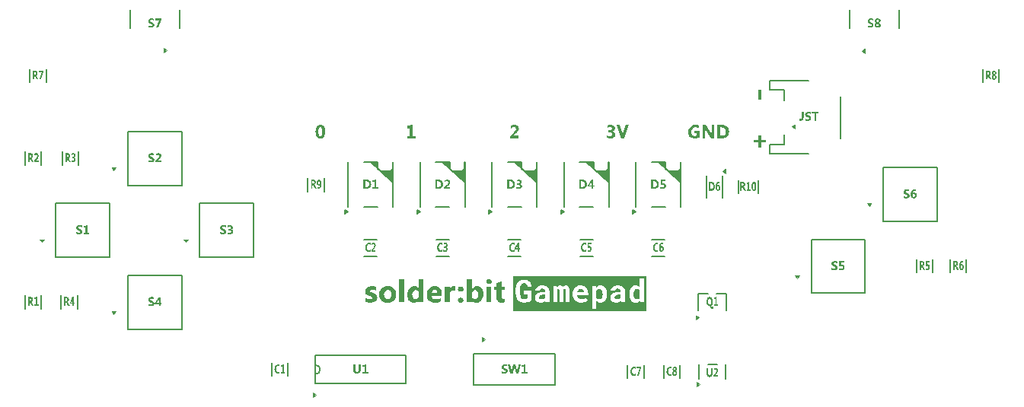
<source format=gto>
%TF.GenerationSoftware,KiCad,Pcbnew,9.0.0*%
%TF.CreationDate,2025-06-19T17:55:55+01:00*%
%TF.ProjectId,solderbit-gamepad,736f6c64-6572-4626-9974-2d67616d6570,v0.7*%
%TF.SameCoordinates,Original*%
%TF.FileFunction,Legend,Top*%
%TF.FilePolarity,Positive*%
%FSLAX46Y46*%
G04 Gerber Fmt 4.6, Leading zero omitted, Abs format (unit mm)*
G04 Created by KiCad (PCBNEW 9.0.0) date 2025-06-19 17:55:55*
%MOMM*%
%LPD*%
G01*
G04 APERTURE LIST*
%ADD10C,0.500000*%
%ADD11C,0.200000*%
%ADD12C,0.150000*%
%ADD13C,0.180000*%
%ADD14C,0.120000*%
%ADD15C,0.152400*%
G04 APERTURE END LIST*
D10*
G36*
X87662657Y-70025082D02*
G01*
X87662657Y-69586514D01*
X87797696Y-69658138D01*
X87928271Y-69707261D01*
X88059498Y-69737422D01*
X88178467Y-69746951D01*
X88313481Y-69736063D01*
X88404697Y-69708177D01*
X88452196Y-69676442D01*
X88478636Y-69637877D01*
X88487587Y-69590177D01*
X88478184Y-69543395D01*
X88450034Y-69505150D01*
X88408602Y-69474154D01*
X88353558Y-69445616D01*
X88224568Y-69399668D01*
X88089624Y-69353720D01*
X87905983Y-69269609D01*
X87831916Y-69220000D01*
X87772718Y-69164890D01*
X87725535Y-69100997D01*
X87690744Y-69027198D01*
X87670145Y-68944697D01*
X87662657Y-68841726D01*
X87679338Y-68702988D01*
X87726618Y-68590003D01*
X87801158Y-68494323D01*
X87897435Y-68417354D01*
X88010278Y-68359670D01*
X88141678Y-68318588D01*
X88281077Y-68295101D01*
X88427747Y-68287142D01*
X88663442Y-68305155D01*
X88899136Y-68357362D01*
X88899136Y-68775628D01*
X88793244Y-68722588D01*
X88679623Y-68684647D01*
X88562785Y-68661735D01*
X88450034Y-68654269D01*
X88350047Y-68663581D01*
X88267158Y-68690448D01*
X88210829Y-68735938D01*
X88195521Y-68765525D01*
X88190374Y-68799136D01*
X88198120Y-68843567D01*
X88221057Y-68880805D01*
X88301352Y-68939576D01*
X88411566Y-68983692D01*
X88532008Y-69023687D01*
X88726639Y-69105355D01*
X88808753Y-69154255D01*
X88876086Y-69209159D01*
X88931206Y-69273771D01*
X88971798Y-69348682D01*
X88996230Y-69433344D01*
X89005076Y-69539192D01*
X88987419Y-69685777D01*
X88937604Y-69803737D01*
X88859258Y-69902959D01*
X88758238Y-69982340D01*
X88639849Y-70041035D01*
X88500257Y-70082632D01*
X88352467Y-70106120D01*
X88197243Y-70114078D01*
X88006401Y-70103846D01*
X87828752Y-70073929D01*
X87662657Y-70025082D01*
G37*
G36*
X90389538Y-68304073D02*
G01*
X90571704Y-68351805D01*
X90725746Y-68427580D01*
X90856284Y-68531232D01*
X90962945Y-68660583D01*
X91039651Y-68808651D01*
X91087219Y-68979070D01*
X91103886Y-69176796D01*
X91086388Y-69391434D01*
X91036828Y-69573591D01*
X90957635Y-69729113D01*
X90848499Y-69862356D01*
X90713889Y-69969465D01*
X90555800Y-70047592D01*
X90369642Y-70096694D01*
X90149354Y-70114078D01*
X89932125Y-70097162D01*
X89748922Y-70049443D01*
X89593730Y-69973658D01*
X89461963Y-69869988D01*
X89354838Y-69740607D01*
X89277284Y-69590061D01*
X89228845Y-69414216D01*
X89211767Y-69207479D01*
X89212340Y-69200610D01*
X89759939Y-69200610D01*
X89774112Y-69369981D01*
X89811852Y-69494256D01*
X89868601Y-69584156D01*
X89943751Y-69647174D01*
X90040746Y-69686584D01*
X90166451Y-69700850D01*
X90284222Y-69686751D01*
X90375973Y-69647509D01*
X90447977Y-69583990D01*
X90503060Y-69492128D01*
X90540059Y-69363634D01*
X90554034Y-69187024D01*
X90540329Y-69021878D01*
X90503868Y-68900858D01*
X90449125Y-68813467D01*
X90376772Y-68752333D01*
X90283564Y-68714170D01*
X90162940Y-68700370D01*
X90041645Y-68715777D01*
X89944488Y-68759324D01*
X89865727Y-68831040D01*
X89809672Y-68923822D01*
X89773296Y-69044428D01*
X89759939Y-69200610D01*
X89212340Y-69200610D01*
X89229591Y-68993881D01*
X89279968Y-68813815D01*
X89360381Y-68661107D01*
X89471275Y-68531232D01*
X89607539Y-68427451D01*
X89766777Y-68351634D01*
X89953406Y-68303989D01*
X90173168Y-68287142D01*
X90389538Y-68304073D01*
G37*
G36*
X91995067Y-70075000D02*
G01*
X91455443Y-70075000D01*
X91455443Y-67486025D01*
X91995067Y-67486025D01*
X91995067Y-70075000D01*
G37*
G36*
X94160737Y-70075000D02*
G01*
X93621113Y-70075000D01*
X93621113Y-69830757D01*
X93614244Y-69830757D01*
X93532806Y-69933555D01*
X93439863Y-70011584D01*
X93334074Y-70067471D01*
X93212925Y-70102008D01*
X93072941Y-70114078D01*
X92913196Y-70098921D01*
X92774568Y-70055356D01*
X92652856Y-69984209D01*
X92545224Y-69883574D01*
X92461646Y-69763889D01*
X92399401Y-69620053D01*
X92359633Y-69447296D01*
X92345403Y-69239689D01*
X92346485Y-69224424D01*
X92893575Y-69224424D01*
X92905937Y-69374249D01*
X92939468Y-69489258D01*
X92990814Y-69577049D01*
X93063416Y-69645374D01*
X93151716Y-69686432D01*
X93260703Y-69700850D01*
X93363747Y-69686202D01*
X93451509Y-69643444D01*
X93527996Y-69570333D01*
X93583568Y-69478012D01*
X93618724Y-69364514D01*
X93631341Y-69224424D01*
X93631341Y-69093754D01*
X93619744Y-68984456D01*
X93586574Y-68891818D01*
X93532270Y-68812264D01*
X93459889Y-68750288D01*
X93375242Y-68713235D01*
X93274441Y-68700370D01*
X93162014Y-68716411D01*
X93070363Y-68762484D01*
X92994325Y-68840352D01*
X92940928Y-68938607D01*
X92906257Y-69064260D01*
X92893575Y-69224424D01*
X92346485Y-69224424D01*
X92360682Y-69024044D01*
X92403890Y-68840076D01*
X92472442Y-68682582D01*
X92565679Y-68547413D01*
X92684744Y-68433255D01*
X92818402Y-68353000D01*
X92969646Y-68304099D01*
X93143008Y-68287142D01*
X93307848Y-68304172D01*
X93436420Y-68351177D01*
X93536938Y-68425546D01*
X93614244Y-68529553D01*
X93621113Y-68529553D01*
X93621113Y-67486025D01*
X94160737Y-67486025D01*
X94160737Y-70075000D01*
G37*
G36*
X95575612Y-68302799D02*
G01*
X95733713Y-68346854D01*
X95866335Y-68416829D01*
X95977752Y-68512914D01*
X96066518Y-68631112D01*
X96131555Y-68769790D01*
X96172525Y-68932893D01*
X96187037Y-69125505D01*
X96187037Y-69351125D01*
X95046270Y-69351125D01*
X95067736Y-69469101D01*
X95110450Y-69560512D01*
X95173437Y-69631161D01*
X95259373Y-69684004D01*
X95374162Y-69718676D01*
X95526208Y-69731533D01*
X95714766Y-69715835D01*
X95882602Y-69670430D01*
X96033469Y-69596284D01*
X96033469Y-69984630D01*
X95866674Y-70053212D01*
X95659544Y-70097858D01*
X95403323Y-70114078D01*
X95192475Y-70097713D01*
X95016518Y-70051766D01*
X94869185Y-69979150D01*
X94745699Y-69880216D01*
X94646559Y-69756764D01*
X94573960Y-69610183D01*
X94528129Y-69435875D01*
X94511837Y-69227782D01*
X94528601Y-69019870D01*
X95042912Y-69019870D01*
X95686797Y-69019870D01*
X95671905Y-68874638D01*
X95632878Y-68774562D01*
X95573949Y-68707263D01*
X95493124Y-68665956D01*
X95382715Y-68650911D01*
X95300802Y-68662439D01*
X95226825Y-68696822D01*
X95158164Y-68756546D01*
X95103958Y-68831473D01*
X95065486Y-68918444D01*
X95042912Y-69019870D01*
X94528601Y-69019870D01*
X94529148Y-69013084D01*
X94578198Y-68830596D01*
X94656563Y-68674570D01*
X94764475Y-68540696D01*
X94898686Y-68429392D01*
X95045104Y-68351023D01*
X95206376Y-68303484D01*
X95386226Y-68287142D01*
X95575612Y-68302799D01*
G37*
G36*
X97649594Y-68808906D02*
G01*
X97546350Y-68769819D01*
X97422448Y-68756088D01*
X97311589Y-68771080D01*
X97221642Y-68813871D01*
X97147522Y-68885384D01*
X97094710Y-68976644D01*
X97060779Y-69091897D01*
X97048451Y-69237399D01*
X97048451Y-70075000D01*
X96508827Y-70075000D01*
X96508827Y-68326221D01*
X97048451Y-68326221D01*
X97048451Y-68646789D01*
X97055321Y-68646789D01*
X97119090Y-68510036D01*
X97195987Y-68411131D01*
X97285881Y-68342914D01*
X97391147Y-68301578D01*
X97516329Y-68287142D01*
X97596732Y-68293038D01*
X97649594Y-68307903D01*
X97649594Y-68808906D01*
G37*
G36*
X98280962Y-68873325D02*
G01*
X98195426Y-68863834D01*
X98122365Y-68836543D01*
X98059006Y-68791503D01*
X98009386Y-68732226D01*
X97980156Y-68665616D01*
X97970163Y-68589087D01*
X97980536Y-68510602D01*
X98010632Y-68443853D01*
X98061448Y-68385908D01*
X98126299Y-68342456D01*
X98201394Y-68315937D01*
X98289510Y-68306681D01*
X98378713Y-68316148D01*
X98453113Y-68343046D01*
X98515893Y-68386823D01*
X98564804Y-68444949D01*
X98593827Y-68511448D01*
X98603820Y-68589087D01*
X98593538Y-68668897D01*
X98563854Y-68736223D01*
X98514061Y-68794098D01*
X98450214Y-68837183D01*
X98373649Y-68863875D01*
X98280962Y-68873325D01*
G37*
G36*
X98280962Y-70114078D02*
G01*
X98195467Y-70104527D01*
X98122408Y-70077045D01*
X98059006Y-70031646D01*
X98009339Y-69972005D01*
X97980130Y-69905325D01*
X97970163Y-69829077D01*
X97980533Y-69750806D01*
X98010625Y-69684260D01*
X98061448Y-69626509D01*
X98126288Y-69583146D01*
X98201383Y-69556675D01*
X98289510Y-69547435D01*
X98378734Y-69556870D01*
X98453135Y-69583673D01*
X98515893Y-69627272D01*
X98564816Y-69685297D01*
X98593832Y-69751646D01*
X98603820Y-69829077D01*
X98593565Y-69908605D01*
X98563901Y-69976004D01*
X98514061Y-70034241D01*
X98450169Y-70077680D01*
X98373606Y-70104565D01*
X98280962Y-70114078D01*
G37*
G36*
X99527516Y-68592751D02*
G01*
X99534385Y-68592751D01*
X99622777Y-68480955D01*
X99722031Y-68396647D01*
X99833379Y-68336702D01*
X99959241Y-68299922D01*
X100103013Y-68287142D01*
X100268432Y-68302792D01*
X100407145Y-68347129D01*
X100524486Y-68418539D01*
X100624014Y-68518562D01*
X100700314Y-68637649D01*
X100757311Y-68779732D01*
X100793730Y-68949181D01*
X100806738Y-69151304D01*
X100791867Y-69369185D01*
X100749851Y-69555071D01*
X100683333Y-69714105D01*
X100593178Y-69850449D01*
X100477178Y-69966047D01*
X100345815Y-70047281D01*
X100195982Y-70096847D01*
X100022871Y-70114078D01*
X99866651Y-70097698D01*
X99736500Y-70051206D01*
X99626854Y-69975678D01*
X99534385Y-69868309D01*
X99527516Y-69868309D01*
X99527516Y-70075000D01*
X98987892Y-70075000D01*
X98987892Y-69134512D01*
X99518968Y-69134512D01*
X99518968Y-69312504D01*
X99530376Y-69420764D01*
X99562958Y-69512283D01*
X99616207Y-69590635D01*
X99687283Y-69651914D01*
X99769236Y-69688296D01*
X99865640Y-69700850D01*
X99981427Y-69684526D01*
X100074954Y-69637850D01*
X100151709Y-69559342D01*
X100205173Y-69459676D01*
X100240361Y-69328786D01*
X100253375Y-69158173D01*
X100241670Y-69017367D01*
X100209670Y-68907390D01*
X100160258Y-68821728D01*
X100090413Y-68755024D01*
X100003664Y-68714656D01*
X99894644Y-68700370D01*
X99791950Y-68713965D01*
X99703510Y-68753605D01*
X99625671Y-68820812D01*
X99567665Y-68906562D01*
X99531707Y-69009584D01*
X99518968Y-69134512D01*
X98987892Y-69134512D01*
X98987892Y-67486025D01*
X99527516Y-67486025D01*
X99527516Y-68592751D01*
G37*
G36*
X101430015Y-68042899D02*
G01*
X101342144Y-68033334D01*
X101268588Y-68006083D01*
X101206228Y-67961536D01*
X101157600Y-67902722D01*
X101128983Y-67836991D01*
X101119216Y-67761867D01*
X101129169Y-67684670D01*
X101157934Y-67619387D01*
X101206228Y-67563114D01*
X101268280Y-67521063D01*
X101341845Y-67495154D01*
X101430015Y-67486025D01*
X101519296Y-67495211D01*
X101593047Y-67521170D01*
X101654566Y-67563114D01*
X101702401Y-67619331D01*
X101730933Y-67684615D01*
X101740814Y-67761867D01*
X101730927Y-67840297D01*
X101702374Y-67906757D01*
X101654566Y-67964131D01*
X101592925Y-68007052D01*
X101519176Y-68033540D01*
X101430015Y-68042899D01*
G37*
G36*
X101696393Y-70075000D02*
G01*
X101156769Y-70075000D01*
X101156769Y-68326221D01*
X101696393Y-68326221D01*
X101696393Y-70075000D01*
G37*
G36*
X103207950Y-70054544D02*
G01*
X103125571Y-70084841D01*
X103008800Y-70105978D01*
X102847692Y-70114078D01*
X102687438Y-70100420D01*
X102561444Y-70062934D01*
X102462517Y-70004745D01*
X102385565Y-69925915D01*
X102328162Y-69823457D01*
X102290883Y-69691729D01*
X102277233Y-69523011D01*
X102277233Y-68724184D01*
X101993758Y-68724184D01*
X101993758Y-68326221D01*
X102277233Y-68326221D01*
X102277233Y-67951308D01*
X102815177Y-67798656D01*
X102815177Y-68326221D01*
X103207950Y-68326221D01*
X103207950Y-68724184D01*
X102815177Y-68724184D01*
X102815177Y-69428672D01*
X102825961Y-69536513D01*
X102854120Y-69610455D01*
X102896375Y-69659837D01*
X102953920Y-69689936D01*
X103032096Y-69700850D01*
X103116814Y-69689857D01*
X103207950Y-69654902D01*
X103207950Y-70054544D01*
G37*
G36*
X113787830Y-68590236D02*
G01*
X113864009Y-68621755D01*
X113928188Y-68671926D01*
X113980177Y-68738686D01*
X114018772Y-68817776D01*
X114046885Y-68914541D01*
X114062765Y-69018292D01*
X114068257Y-69132222D01*
X114068257Y-69168095D01*
X114062977Y-69280704D01*
X114047649Y-69384250D01*
X114020578Y-69481326D01*
X113982772Y-69562700D01*
X113931328Y-69631834D01*
X113867520Y-69683906D01*
X113791225Y-69716693D01*
X113695939Y-69728327D01*
X113576022Y-69714293D01*
X113488333Y-69676273D01*
X113417905Y-69615604D01*
X113364532Y-69537055D01*
X113364532Y-68765095D01*
X113418195Y-68685770D01*
X113488333Y-68627708D01*
X113575334Y-68592110D01*
X113692428Y-68579012D01*
X113787830Y-68590236D01*
G37*
G36*
X107676727Y-69547282D02*
G01*
X107620398Y-69618265D01*
X107534913Y-69680547D01*
X107423935Y-69724969D01*
X107290823Y-69741913D01*
X107201821Y-69733825D01*
X107135590Y-69712085D01*
X107086728Y-69678868D01*
X107036276Y-69607900D01*
X107019255Y-69519958D01*
X107025315Y-69458608D01*
X107043069Y-69403026D01*
X107073142Y-69353368D01*
X107116495Y-69310825D01*
X107171197Y-69277631D01*
X107244569Y-69250985D01*
X107327417Y-69235402D01*
X107434163Y-69229614D01*
X107676727Y-69229614D01*
X107676727Y-69547282D01*
G37*
G36*
X111712328Y-68584739D02*
G01*
X111784891Y-68605573D01*
X111849343Y-68639237D01*
X111901823Y-68682357D01*
X111943854Y-68735105D01*
X111975248Y-68797609D01*
X111995229Y-68865852D01*
X112004252Y-68939270D01*
X112004252Y-68976823D01*
X111225575Y-68976823D01*
X111247324Y-68889247D01*
X111276714Y-68812875D01*
X111315494Y-68743795D01*
X111361283Y-68686632D01*
X111415787Y-68639824D01*
X111478214Y-68605573D01*
X111547391Y-68584573D01*
X111625218Y-68577333D01*
X111712328Y-68584739D01*
G37*
G36*
X116068911Y-69547282D02*
G01*
X116012582Y-69618265D01*
X115927097Y-69680547D01*
X115816120Y-69724969D01*
X115683007Y-69741913D01*
X115594005Y-69733825D01*
X115527775Y-69712085D01*
X115478912Y-69678868D01*
X115428460Y-69607900D01*
X115411440Y-69519958D01*
X115417499Y-69458608D01*
X115435253Y-69403026D01*
X115465327Y-69353368D01*
X115508679Y-69310825D01*
X115563382Y-69277631D01*
X115636754Y-69250985D01*
X115719601Y-69235402D01*
X115826347Y-69229614D01*
X116068911Y-69229614D01*
X116068911Y-69547282D01*
G37*
G36*
X117990619Y-68592822D02*
G01*
X118078114Y-68631066D01*
X118149516Y-68692710D01*
X118206188Y-68777001D01*
X118206188Y-69525148D01*
X118149504Y-69608156D01*
X118077198Y-69670320D01*
X117988786Y-69709114D01*
X117873255Y-69723137D01*
X117777954Y-69711927D01*
X117702438Y-69680547D01*
X117639149Y-69630317D01*
X117587949Y-69563616D01*
X117550359Y-69484656D01*
X117523835Y-69389440D01*
X117509345Y-69287212D01*
X117504296Y-69173285D01*
X117504296Y-69137412D01*
X117509558Y-69023336D01*
X117524751Y-68919731D01*
X117551948Y-68822641D01*
X117589628Y-68742044D01*
X117641060Y-68673730D01*
X117704880Y-68622518D01*
X117781242Y-68590419D01*
X117876613Y-68579012D01*
X117990619Y-68592822D01*
G37*
G36*
X118960545Y-71063219D02*
G01*
X104120752Y-71063219D01*
X104120752Y-68664344D01*
X104398530Y-68664344D01*
X104398530Y-69002468D01*
X104415783Y-69255559D01*
X104464323Y-69469583D01*
X104515793Y-69602823D01*
X104578240Y-69717998D01*
X104651321Y-69817171D01*
X104737784Y-69904361D01*
X104834773Y-69976410D01*
X104943344Y-70034089D01*
X105059407Y-70075169D01*
X105186329Y-70100471D01*
X105325889Y-70109193D01*
X105480013Y-70101688D01*
X105619591Y-70080037D01*
X105752055Y-70045815D01*
X105866429Y-70004169D01*
X105971486Y-69953098D01*
X106056786Y-69899145D01*
X106131101Y-69839104D01*
X106183182Y-69784656D01*
X106182793Y-69557510D01*
X106544508Y-69557510D01*
X106556635Y-69673410D01*
X106592288Y-69778702D01*
X106649439Y-69873286D01*
X106725401Y-69953794D01*
X106817817Y-70018369D01*
X106929496Y-70068283D01*
X107052053Y-70098660D01*
X107189920Y-70109193D01*
X107352189Y-70092860D01*
X107489728Y-70048591D01*
X107603148Y-69982798D01*
X107693824Y-69902503D01*
X107714279Y-69996384D01*
X107743283Y-70075000D01*
X108224899Y-70075000D01*
X108224899Y-70045996D01*
X108194117Y-69971618D01*
X108170250Y-69878689D01*
X108156677Y-69774935D01*
X108151474Y-69632615D01*
X108151474Y-68840199D01*
X108135890Y-68686428D01*
X108091634Y-68557641D01*
X108020158Y-68445700D01*
X107926007Y-68355225D01*
X107812450Y-68285693D01*
X107675811Y-68234019D01*
X107642518Y-68227150D01*
X108574166Y-68227150D01*
X108574166Y-70075000D01*
X109006324Y-70075000D01*
X109006324Y-68691669D01*
X109029342Y-68644565D01*
X109058378Y-68609695D01*
X109095931Y-68587061D01*
X109146305Y-68579012D01*
X109197444Y-68586645D01*
X109239270Y-68613206D01*
X109267511Y-68666176D01*
X109277739Y-68753188D01*
X109277739Y-70075000D01*
X109696157Y-70075000D01*
X109696157Y-68664344D01*
X109718962Y-68628954D01*
X109749127Y-68602062D01*
X109786178Y-68585043D01*
X109832780Y-68579012D01*
X109883155Y-68586645D01*
X109926814Y-68613969D01*
X109956581Y-68667855D01*
X109967725Y-68754867D01*
X109967725Y-70075000D01*
X110399882Y-70075000D01*
X110399882Y-69147640D01*
X110735410Y-69147640D01*
X110735410Y-69216028D01*
X110752494Y-69397498D01*
X110802882Y-69565295D01*
X110884839Y-69717992D01*
X110994918Y-69848770D01*
X111130538Y-69955571D01*
X111293811Y-70039126D01*
X111474747Y-70091114D01*
X111681546Y-70109193D01*
X111815346Y-70101688D01*
X111936017Y-70080037D01*
X112050187Y-70045977D01*
X112150340Y-70004169D01*
X112241884Y-69952802D01*
X112317646Y-69896550D01*
X112383357Y-69833783D01*
X112432898Y-69772749D01*
X112195525Y-69516599D01*
X112099965Y-69608801D01*
X111982117Y-69674594D01*
X111849768Y-69714741D01*
X111710550Y-69728327D01*
X111614145Y-69720456D01*
X111527826Y-69697644D01*
X111448534Y-69660240D01*
X111379296Y-69610480D01*
X111320321Y-69549032D01*
X111272439Y-69476452D01*
X111237923Y-69395440D01*
X111217027Y-69304719D01*
X112470603Y-69304719D01*
X112470603Y-69103218D01*
X112456004Y-68905659D01*
X112414122Y-68731816D01*
X112343787Y-68574107D01*
X112249258Y-68444068D01*
X112129697Y-68338539D01*
X111984560Y-68258749D01*
X111878441Y-68227150D01*
X112889785Y-68227150D01*
X112889785Y-68765095D01*
X112889785Y-69537055D01*
X112889785Y-70785441D01*
X113364532Y-70785441D01*
X113364532Y-69914410D01*
X113455629Y-69996441D01*
X113560995Y-70057903D01*
X113679657Y-70095774D01*
X113822335Y-70109193D01*
X113936648Y-70100835D01*
X114038993Y-70076679D01*
X114131302Y-70037447D01*
X114255122Y-69952450D01*
X114357532Y-69840221D01*
X114436664Y-69705485D01*
X114490440Y-69557510D01*
X114936693Y-69557510D01*
X114948820Y-69673410D01*
X114984473Y-69778702D01*
X115041623Y-69873286D01*
X115117585Y-69953794D01*
X115210001Y-70018369D01*
X115321680Y-70068283D01*
X115444237Y-70098660D01*
X115582104Y-70109193D01*
X115744373Y-70092860D01*
X115881912Y-70048591D01*
X115995333Y-69982798D01*
X116086008Y-69902503D01*
X116106463Y-69996384D01*
X116135467Y-70075000D01*
X116617083Y-70075000D01*
X116617083Y-70045996D01*
X116586301Y-69971618D01*
X116562434Y-69878689D01*
X116548861Y-69774935D01*
X116543658Y-69632615D01*
X116543658Y-69137412D01*
X117029549Y-69137412D01*
X117029549Y-69173285D01*
X117042284Y-69370117D01*
X117079008Y-69546519D01*
X117140683Y-69708920D01*
X117221584Y-69842816D01*
X117325277Y-69954284D01*
X117448730Y-70038363D01*
X117589595Y-70091011D01*
X117751897Y-70109193D01*
X117900676Y-70093660D01*
X118025143Y-70049507D01*
X118134736Y-69978198D01*
X118230155Y-69882048D01*
X118253968Y-70075000D01*
X118682767Y-70075000D01*
X118682767Y-67451831D01*
X118206188Y-67451831D01*
X118206188Y-68392777D01*
X118114043Y-68307647D01*
X118010642Y-68245163D01*
X117894601Y-68206587D01*
X117755408Y-68192956D01*
X117589908Y-68210634D01*
X117448730Y-68261344D01*
X117325257Y-68343261D01*
X117220821Y-68454296D01*
X117139545Y-68588646D01*
X117078244Y-68753188D01*
X117042185Y-68932720D01*
X117029549Y-69137412D01*
X116543658Y-69137412D01*
X116543658Y-68840199D01*
X116528074Y-68686428D01*
X116483818Y-68557641D01*
X116412342Y-68445700D01*
X116318191Y-68355225D01*
X116204634Y-68285693D01*
X116067995Y-68234019D01*
X115920075Y-68203500D01*
X115756433Y-68192956D01*
X115576358Y-68205330D01*
X115425789Y-68239972D01*
X115290057Y-68296661D01*
X115181699Y-68367284D01*
X115093021Y-68454796D01*
X115029658Y-68553367D01*
X114990608Y-68662285D01*
X114977603Y-68777001D01*
X115452350Y-68777001D01*
X115469571Y-68681910D01*
X115518907Y-68610611D01*
X115567402Y-68578093D01*
X115635822Y-68556386D01*
X115730787Y-68548176D01*
X115837460Y-68557962D01*
X115919245Y-68584611D01*
X115981747Y-68625876D01*
X116029537Y-68682805D01*
X116058641Y-68751902D01*
X116068911Y-68836841D01*
X116068911Y-68946140D01*
X115804213Y-68946140D01*
X115582758Y-68958213D01*
X115405595Y-68991199D01*
X115264996Y-69041206D01*
X115154374Y-69105813D01*
X115059257Y-69193782D01*
X114992262Y-69296205D01*
X114951119Y-69415926D01*
X114940519Y-69519958D01*
X114936693Y-69557510D01*
X114490440Y-69557510D01*
X114495987Y-69542245D01*
X114530896Y-69365252D01*
X114543004Y-69168095D01*
X114543004Y-69132222D01*
X114530778Y-68927571D01*
X114495987Y-68748913D01*
X114436354Y-68585099D01*
X114356769Y-68451700D01*
X114253564Y-68341715D01*
X114129623Y-68260428D01*
X113987526Y-68210482D01*
X113818824Y-68192956D01*
X113670086Y-68207739D01*
X113547256Y-68249437D01*
X113439289Y-68316963D01*
X113345756Y-68408195D01*
X113328659Y-68227150D01*
X112889785Y-68227150D01*
X111878441Y-68227150D01*
X111821142Y-68210088D01*
X111628576Y-68192956D01*
X111441153Y-68210812D01*
X111271676Y-68263023D01*
X111118410Y-68347466D01*
X110988202Y-68459486D01*
X110882732Y-68596565D01*
X110801967Y-68760820D01*
X110752556Y-68942150D01*
X110749663Y-68976823D01*
X110735410Y-69147640D01*
X110399882Y-69147640D01*
X110399882Y-68756546D01*
X110391740Y-68608965D01*
X110369962Y-68496122D01*
X110332705Y-68396453D01*
X110286156Y-68321946D01*
X110226992Y-68263131D01*
X110159760Y-68223791D01*
X110085034Y-68200777D01*
X110003598Y-68192956D01*
X109890441Y-68206622D01*
X109799502Y-68245163D01*
X109723067Y-68306577D01*
X109660284Y-68389419D01*
X109615889Y-68302705D01*
X109554714Y-68243125D01*
X109474279Y-68206282D01*
X109368261Y-68192956D01*
X109243192Y-68210887D01*
X109142031Y-68262260D01*
X109060039Y-68342604D01*
X108995943Y-68450937D01*
X108982357Y-68227150D01*
X108574166Y-68227150D01*
X107642518Y-68227150D01*
X107527891Y-68203500D01*
X107364248Y-68192956D01*
X107184173Y-68205330D01*
X107033605Y-68239972D01*
X106897873Y-68296661D01*
X106789515Y-68367284D01*
X106700837Y-68454796D01*
X106637473Y-68553367D01*
X106598423Y-68662285D01*
X106585419Y-68777001D01*
X107060166Y-68777001D01*
X107077387Y-68681910D01*
X107126722Y-68610611D01*
X107175218Y-68578093D01*
X107243638Y-68556386D01*
X107338603Y-68548176D01*
X107445276Y-68557962D01*
X107527060Y-68584611D01*
X107589562Y-68625876D01*
X107637353Y-68682805D01*
X107666457Y-68751902D01*
X107676727Y-68836841D01*
X107676727Y-68946140D01*
X107412028Y-68946140D01*
X107190574Y-68958213D01*
X107013411Y-68991199D01*
X106872812Y-69041206D01*
X106762190Y-69105813D01*
X106667073Y-69193782D01*
X106600078Y-69296205D01*
X106558935Y-69415926D01*
X106548334Y-69519958D01*
X106544508Y-69557510D01*
X106182793Y-69557510D01*
X106181502Y-68804326D01*
X105291695Y-68804326D01*
X105291695Y-69163058D01*
X105703397Y-69163058D01*
X105701565Y-69613838D01*
X105646000Y-69655818D01*
X105561584Y-69690775D01*
X105459154Y-69714589D01*
X105348176Y-69723137D01*
X105234570Y-69710033D01*
X105140906Y-69674538D01*
X105062863Y-69617369D01*
X104997993Y-69536139D01*
X104938439Y-69407119D01*
X104897891Y-69233289D01*
X104881825Y-69002468D01*
X104881825Y-68660986D01*
X104890921Y-68490595D01*
X104916019Y-68350950D01*
X104957677Y-68224146D01*
X105008221Y-68126400D01*
X105072852Y-68045396D01*
X105144844Y-67989013D01*
X105226788Y-67953769D01*
X105315662Y-67941996D01*
X105439486Y-67954292D01*
X105531044Y-67987403D01*
X105598220Y-68038472D01*
X105648858Y-68108167D01*
X105687986Y-68201971D01*
X105713625Y-68326221D01*
X106181502Y-68326221D01*
X106151534Y-68152888D01*
X106102124Y-68003515D01*
X106029157Y-67870057D01*
X105933901Y-67760188D01*
X105816001Y-67673056D01*
X105669966Y-67607231D01*
X105506035Y-67568343D01*
X105303755Y-67554261D01*
X105176791Y-67562822D01*
X105057977Y-67587995D01*
X104945939Y-67629518D01*
X104841247Y-67686883D01*
X104745854Y-67759401D01*
X104658954Y-67848115D01*
X104551852Y-68003972D01*
X104467681Y-68197230D01*
X104430201Y-68336067D01*
X104406718Y-68491067D01*
X104398530Y-68664344D01*
X104120752Y-68664344D01*
X104120752Y-67174053D01*
X118960545Y-67174053D01*
X118960545Y-71063219D01*
G37*
D11*
G36*
X119914795Y-56440005D02*
G01*
X120006553Y-56456434D01*
X120083323Y-56481940D01*
X120147379Y-56515605D01*
X120200559Y-56557109D01*
X120244176Y-56606751D01*
X120278936Y-56665430D01*
X120304889Y-56734584D01*
X120321424Y-56816098D01*
X120327306Y-56912226D01*
X120321098Y-57003881D01*
X120303289Y-57084847D01*
X120274653Y-57156741D01*
X120235336Y-57220880D01*
X120184851Y-57278224D01*
X120125762Y-57326336D01*
X120059449Y-57364077D01*
X119984894Y-57391720D01*
X119900754Y-57408974D01*
X119805420Y-57415000D01*
X119458412Y-57415000D01*
X119458412Y-57236031D01*
X119679024Y-57236031D01*
X119788323Y-57236031D01*
X119859232Y-57230118D01*
X119919132Y-57213394D01*
X119970046Y-57186677D01*
X120013454Y-57149813D01*
X120048118Y-57104516D01*
X120073478Y-57051367D01*
X120089439Y-56988844D01*
X120095092Y-56914973D01*
X120089512Y-56845427D01*
X120073744Y-56786665D01*
X120048626Y-56736753D01*
X120014125Y-56694239D01*
X119971426Y-56660195D01*
X119920515Y-56635204D01*
X119859749Y-56619392D01*
X119786980Y-56613761D01*
X119679024Y-56613761D01*
X119679024Y-57236031D01*
X119458412Y-57236031D01*
X119458412Y-56434120D01*
X119805420Y-56434120D01*
X119914795Y-56440005D01*
G37*
G36*
X120490094Y-57388316D02*
G01*
X120490094Y-57203974D01*
X120559142Y-57238981D01*
X120630019Y-57259610D01*
X120703867Y-57266500D01*
X120759415Y-57261387D01*
X120803072Y-57247311D01*
X120837407Y-57225284D01*
X120863916Y-57194901D01*
X120879949Y-57158220D01*
X120885584Y-57113299D01*
X120880085Y-57068941D01*
X120864700Y-57034160D01*
X120839593Y-57006630D01*
X120802952Y-56985392D01*
X120751307Y-56971035D01*
X120679931Y-56965593D01*
X120609695Y-56968386D01*
X120518059Y-56977866D01*
X120518059Y-56434120D01*
X121060462Y-56434120D01*
X121060462Y-56613883D01*
X120702524Y-56613883D01*
X120702524Y-56805553D01*
X120783796Y-56801461D01*
X120859177Y-56807025D01*
X120922365Y-56822654D01*
X120975475Y-56847316D01*
X121020162Y-56880779D01*
X121057005Y-56923096D01*
X121083441Y-56971843D01*
X121099833Y-57028284D01*
X121105586Y-57094187D01*
X121098915Y-57166594D01*
X121079684Y-57230056D01*
X121048234Y-57286319D01*
X121003797Y-57336598D01*
X120950493Y-57376482D01*
X120887990Y-57405705D01*
X120814519Y-57424112D01*
X120727803Y-57430631D01*
X120634106Y-57425420D01*
X120555652Y-57410885D01*
X120490094Y-57388316D01*
G37*
D12*
G36*
X126034330Y-69489110D02*
G01*
X126089727Y-69506135D01*
X126139508Y-69533713D01*
X126184514Y-69571890D01*
X126225335Y-69621327D01*
X126259618Y-69678052D01*
X126286493Y-69741504D01*
X126306159Y-69812629D01*
X126318420Y-69892670D01*
X126322696Y-69983112D01*
X126318712Y-70070803D01*
X126307220Y-70149633D01*
X126288684Y-70220811D01*
X126263254Y-70285362D01*
X126230504Y-70343534D01*
X126192351Y-70391894D01*
X126148362Y-70431229D01*
X126097795Y-70461828D01*
X126124672Y-70498927D01*
X126148490Y-70526735D01*
X126173060Y-70549831D01*
X126196896Y-70566913D01*
X126221664Y-70579485D01*
X126246859Y-70587369D01*
X126302730Y-70593047D01*
X126320636Y-70592009D01*
X126340373Y-70588590D01*
X126359562Y-70583094D01*
X126376506Y-70575950D01*
X126376506Y-70758644D01*
X126331169Y-70770673D01*
X126260735Y-70776718D01*
X126211910Y-70771099D01*
X126168228Y-70754797D01*
X126127135Y-70729070D01*
X126087262Y-70694896D01*
X126049595Y-70654144D01*
X126011974Y-70605565D01*
X125935907Y-70495350D01*
X125886365Y-70489314D01*
X125840947Y-70475323D01*
X125799070Y-70453646D01*
X125759840Y-70424427D01*
X125724961Y-70389511D01*
X125694061Y-70348682D01*
X125667473Y-70302637D01*
X125645026Y-70251193D01*
X125626696Y-70193771D01*
X125613586Y-70133761D01*
X125605600Y-70070328D01*
X125602882Y-70002956D01*
X125603462Y-69990622D01*
X125777088Y-69990622D01*
X125780665Y-70062940D01*
X125790720Y-70124060D01*
X125806538Y-70175788D01*
X125827830Y-70219600D01*
X125855669Y-70256698D01*
X125886875Y-70282649D01*
X125922143Y-70298408D01*
X125962560Y-70303864D01*
X126004462Y-70298460D01*
X126040319Y-70283008D01*
X126071345Y-70257868D01*
X126098344Y-70222348D01*
X126119317Y-70179568D01*
X126134968Y-70128488D01*
X126144965Y-70067516D01*
X126148536Y-69994713D01*
X126145057Y-69918769D01*
X126135369Y-69855731D01*
X126120323Y-69803494D01*
X126100359Y-69760301D01*
X126073923Y-69722815D01*
X126043438Y-69696466D01*
X126008102Y-69680333D01*
X125966636Y-69674694D01*
X125924734Y-69680355D01*
X125888428Y-69696656D01*
X125856543Y-69723432D01*
X125828334Y-69761645D01*
X125806743Y-69806167D01*
X125790773Y-69858205D01*
X125780669Y-69919129D01*
X125777088Y-69990622D01*
X125603462Y-69990622D01*
X125607288Y-69909234D01*
X125619927Y-69826140D01*
X125640210Y-69752166D01*
X125667939Y-69686049D01*
X125703312Y-69626822D01*
X125745766Y-69575728D01*
X125793075Y-69536076D01*
X125845919Y-69507286D01*
X125905256Y-69489425D01*
X125972269Y-69483208D01*
X126034330Y-69489110D01*
G37*
G36*
X126912497Y-70479719D02*
G01*
X126447810Y-70479719D01*
X126447810Y-70307772D01*
X126599988Y-70307772D01*
X126599988Y-69698141D01*
X126443688Y-69745036D01*
X126443688Y-69569181D01*
X126761372Y-69483208D01*
X126761372Y-70307772D01*
X126912497Y-70307772D01*
X126912497Y-70479719D01*
G37*
D11*
G36*
X139536875Y-66440334D02*
G01*
X139536875Y-66220210D01*
X139599264Y-66264906D01*
X139665957Y-66296414D01*
X139736385Y-66315533D01*
X139806702Y-66321815D01*
X139847025Y-66319820D01*
X139879487Y-66314366D01*
X139908865Y-66305057D01*
X139931388Y-66293544D01*
X139949910Y-66278712D01*
X139962468Y-66262220D01*
X139970151Y-66243423D01*
X139972726Y-66223019D01*
X139968593Y-66195823D01*
X139956301Y-66171850D01*
X139937514Y-66150720D01*
X139911544Y-66130207D01*
X139844255Y-66093387D01*
X139760296Y-66057178D01*
X139686459Y-66020784D01*
X139630429Y-65981805D01*
X139589143Y-65940491D01*
X139558111Y-65891932D01*
X139539296Y-65837006D01*
X139532784Y-65773979D01*
X139536440Y-65723786D01*
X139546849Y-65680355D01*
X139563498Y-65642576D01*
X139599753Y-65592556D01*
X139647212Y-65552145D01*
X139703450Y-65521733D01*
X139769822Y-65499938D01*
X139840796Y-65487477D01*
X139917405Y-65483208D01*
X139991759Y-65485650D01*
X140052960Y-65492367D01*
X140110538Y-65504185D01*
X140161954Y-65520516D01*
X140161954Y-65723176D01*
X140108281Y-65693989D01*
X140048503Y-65673045D01*
X139987381Y-65660772D01*
X139929679Y-65656742D01*
X139893063Y-65658608D01*
X139861352Y-65663886D01*
X139832221Y-65672792D01*
X139809450Y-65683975D01*
X139790364Y-65698483D01*
X139776660Y-65714994D01*
X139767992Y-65734053D01*
X139765059Y-65755538D01*
X139768334Y-65778950D01*
X139778004Y-65799563D01*
X139793175Y-65817923D01*
X139814884Y-65836383D01*
X139872953Y-65870516D01*
X139950195Y-65905015D01*
X140007042Y-65930885D01*
X140055708Y-65957222D01*
X140099788Y-65987082D01*
X140136003Y-66019626D01*
X140165549Y-66056931D01*
X140187233Y-66099188D01*
X140200319Y-66146164D01*
X140205001Y-66203236D01*
X140201229Y-66257100D01*
X140190628Y-66302460D01*
X140173921Y-66340744D01*
X140137267Y-66391108D01*
X140089536Y-66430870D01*
X140032928Y-66460052D01*
X139965582Y-66480329D01*
X139893671Y-66491517D01*
X139816289Y-66495350D01*
X139736844Y-66491828D01*
X139662904Y-66481550D01*
X139593335Y-66463817D01*
X139536875Y-66440334D01*
G37*
G36*
X140366507Y-66453035D02*
G01*
X140366507Y-66268693D01*
X140435556Y-66303700D01*
X140506433Y-66324329D01*
X140580280Y-66331219D01*
X140635828Y-66326106D01*
X140679486Y-66312030D01*
X140713820Y-66290003D01*
X140740329Y-66259620D01*
X140756362Y-66222939D01*
X140761997Y-66178018D01*
X140756498Y-66133660D01*
X140741113Y-66098879D01*
X140716006Y-66071349D01*
X140679366Y-66050111D01*
X140627720Y-66035754D01*
X140556345Y-66030312D01*
X140486108Y-66033105D01*
X140394473Y-66042585D01*
X140394473Y-65498839D01*
X140936875Y-65498839D01*
X140936875Y-65678602D01*
X140578937Y-65678602D01*
X140578937Y-65870272D01*
X140660209Y-65866180D01*
X140735591Y-65871744D01*
X140798778Y-65887373D01*
X140851888Y-65912035D01*
X140896575Y-65945498D01*
X140933418Y-65987815D01*
X140959855Y-66036562D01*
X140976247Y-66093003D01*
X140981999Y-66158906D01*
X140975328Y-66231313D01*
X140956097Y-66294775D01*
X140924648Y-66351038D01*
X140880211Y-66401317D01*
X140826907Y-66441201D01*
X140764403Y-66470424D01*
X140690932Y-66488831D01*
X140604216Y-66495350D01*
X140510519Y-66490139D01*
X140432065Y-66475604D01*
X140366507Y-66453035D01*
G37*
G36*
X143536875Y-39440334D02*
G01*
X143536875Y-39220210D01*
X143599264Y-39264906D01*
X143665957Y-39296414D01*
X143736385Y-39315533D01*
X143806702Y-39321815D01*
X143847025Y-39319820D01*
X143879487Y-39314366D01*
X143908865Y-39305057D01*
X143931388Y-39293544D01*
X143949910Y-39278712D01*
X143962468Y-39262220D01*
X143970151Y-39243423D01*
X143972726Y-39223019D01*
X143968593Y-39195823D01*
X143956301Y-39171850D01*
X143937514Y-39150720D01*
X143911544Y-39130207D01*
X143844255Y-39093387D01*
X143760296Y-39057178D01*
X143686459Y-39020784D01*
X143630429Y-38981805D01*
X143589143Y-38940491D01*
X143558111Y-38891932D01*
X143539296Y-38837006D01*
X143532784Y-38773979D01*
X143536440Y-38723786D01*
X143546849Y-38680355D01*
X143563498Y-38642576D01*
X143599753Y-38592556D01*
X143647212Y-38552145D01*
X143703450Y-38521733D01*
X143769822Y-38499938D01*
X143840796Y-38487477D01*
X143917405Y-38483208D01*
X143991759Y-38485650D01*
X144052960Y-38492367D01*
X144110538Y-38504185D01*
X144161954Y-38520516D01*
X144161954Y-38723176D01*
X144108281Y-38693989D01*
X144048503Y-38673045D01*
X143987381Y-38660772D01*
X143929679Y-38656742D01*
X143893063Y-38658608D01*
X143861352Y-38663886D01*
X143832221Y-38672792D01*
X143809450Y-38683975D01*
X143790364Y-38698483D01*
X143776660Y-38714994D01*
X143767992Y-38734053D01*
X143765059Y-38755538D01*
X143768334Y-38778950D01*
X143778004Y-38799563D01*
X143793175Y-38817923D01*
X143814884Y-38836383D01*
X143872953Y-38870516D01*
X143950195Y-38905015D01*
X144007042Y-38930885D01*
X144055708Y-38957222D01*
X144099788Y-38987082D01*
X144136003Y-39019626D01*
X144165549Y-39056931D01*
X144187233Y-39099188D01*
X144200319Y-39146164D01*
X144205001Y-39203236D01*
X144201229Y-39257100D01*
X144190628Y-39302460D01*
X144173921Y-39340744D01*
X144137267Y-39391108D01*
X144089536Y-39430870D01*
X144032928Y-39460052D01*
X143965582Y-39480329D01*
X143893671Y-39491517D01*
X143816289Y-39495350D01*
X143736844Y-39491828D01*
X143662904Y-39481550D01*
X143593335Y-39463817D01*
X143536875Y-39440334D01*
G37*
G36*
X144735975Y-38488014D02*
G01*
X144797899Y-38501545D01*
X144850501Y-38522864D01*
X144895232Y-38551596D01*
X144933746Y-38588920D01*
X144960425Y-38630131D01*
X144976478Y-38676073D01*
X144981999Y-38728122D01*
X144974871Y-38787508D01*
X144954106Y-38839337D01*
X144919206Y-38885485D01*
X144867858Y-38926904D01*
X144796191Y-38963511D01*
X144796191Y-38966259D01*
X144859576Y-38991042D01*
X144910488Y-39023358D01*
X144950858Y-39063101D01*
X144981662Y-39110386D01*
X144999776Y-39160509D01*
X145005874Y-39214715D01*
X144999562Y-39277817D01*
X144981467Y-39331953D01*
X144951898Y-39378973D01*
X144909886Y-39420062D01*
X144860560Y-39451293D01*
X144800858Y-39474796D01*
X144728745Y-39489918D01*
X144641769Y-39495350D01*
X144567328Y-39490247D01*
X144503574Y-39475802D01*
X144448797Y-39452888D01*
X144401617Y-39421772D01*
X144361525Y-39381750D01*
X144333446Y-39336733D01*
X144316372Y-39285699D01*
X144310453Y-39227049D01*
X144311315Y-39218134D01*
X144514701Y-39218134D01*
X144519412Y-39252264D01*
X144533191Y-39281666D01*
X144556711Y-39307588D01*
X144586384Y-39327058D01*
X144620066Y-39338856D01*
X144658866Y-39342943D01*
X144700859Y-39338768D01*
X144735164Y-39327047D01*
X144763402Y-39308260D01*
X144785303Y-39282857D01*
X144798448Y-39252829D01*
X144803030Y-39216730D01*
X144797514Y-39175478D01*
X144781281Y-39139181D01*
X144753487Y-39106446D01*
X144711669Y-39076707D01*
X144652027Y-39050279D01*
X144598639Y-39076956D01*
X144560644Y-39106825D01*
X144535015Y-39139774D01*
X144519873Y-39176439D01*
X144514701Y-39218134D01*
X144311315Y-39218134D01*
X144315815Y-39171584D01*
X144331382Y-39122345D01*
X144357087Y-39078019D01*
X144393799Y-39037724D01*
X144443253Y-39001088D01*
X144507924Y-38968274D01*
X144507924Y-38964855D01*
X144443814Y-38931650D01*
X144397455Y-38893300D01*
X144365604Y-38849789D01*
X144346451Y-38800115D01*
X144340307Y-38746624D01*
X144544133Y-38746624D01*
X144550836Y-38787927D01*
X144570838Y-38824017D01*
X144606208Y-38856526D01*
X144661613Y-38885659D01*
X144717030Y-38855855D01*
X144752415Y-38822898D01*
X144772407Y-38786555D01*
X144779094Y-38745219D01*
X144775349Y-38713254D01*
X144764731Y-38687093D01*
X144747343Y-38665413D01*
X144724557Y-38649222D01*
X144696880Y-38639182D01*
X144662957Y-38635615D01*
X144630027Y-38639247D01*
X144602038Y-38649666D01*
X144577899Y-38666817D01*
X144559194Y-38689436D01*
X144548008Y-38715660D01*
X144544133Y-38746624D01*
X144340307Y-38746624D01*
X144339823Y-38742410D01*
X144345542Y-38688048D01*
X144362208Y-38639751D01*
X144389948Y-38596142D01*
X144430010Y-38556358D01*
X144476731Y-38525242D01*
X144530263Y-38502477D01*
X144591829Y-38488219D01*
X144662957Y-38483208D01*
X144735975Y-38488014D01*
G37*
D12*
G36*
X117746035Y-78193326D02*
G01*
X117690990Y-78220752D01*
X117621966Y-78238769D01*
X117535971Y-78245350D01*
X117467901Y-78239468D01*
X117408435Y-78222693D01*
X117356296Y-78195915D01*
X117310425Y-78159438D01*
X117270036Y-78112970D01*
X117235929Y-78057912D01*
X117209213Y-77996185D01*
X117189668Y-77926849D01*
X117177479Y-77848655D01*
X117173224Y-77760101D01*
X117177927Y-77666334D01*
X117191468Y-77582739D01*
X117213320Y-77507803D01*
X117243400Y-77440283D01*
X117282080Y-77379265D01*
X117327670Y-77327225D01*
X117377946Y-77286851D01*
X117433568Y-77257587D01*
X117495444Y-77239486D01*
X117564684Y-77233208D01*
X117636219Y-77237715D01*
X117696104Y-77250255D01*
X117746035Y-77269600D01*
X117746035Y-77483312D01*
X117695189Y-77450174D01*
X117639539Y-77430026D01*
X117577965Y-77423106D01*
X117527097Y-77428908D01*
X117483085Y-77445501D01*
X117444674Y-77472332D01*
X117410949Y-77509752D01*
X117383859Y-77555422D01*
X117364148Y-77608694D01*
X117351793Y-77671040D01*
X117347430Y-77744408D01*
X117351545Y-77814804D01*
X117363206Y-77874833D01*
X117381818Y-77926298D01*
X117407377Y-77970577D01*
X117439269Y-78006807D01*
X117476093Y-78032882D01*
X117518812Y-78049086D01*
X117568760Y-78054780D01*
X117632022Y-78047610D01*
X117690787Y-78026489D01*
X117746035Y-77991337D01*
X117746035Y-78193326D01*
G37*
G36*
X118350856Y-77348551D02*
G01*
X118091608Y-78229719D01*
X117920516Y-78229719D01*
X118181779Y-77428602D01*
X117839549Y-77428602D01*
X117839549Y-77248839D01*
X118350856Y-77248839D01*
X118350856Y-77348551D01*
G37*
G36*
X50523586Y-53489688D02*
G01*
X50580178Y-53504840D01*
X50624445Y-53527748D01*
X50658695Y-53557342D01*
X50684670Y-53593409D01*
X50703417Y-53636623D01*
X50715178Y-53688467D01*
X50719363Y-53751078D01*
X50716334Y-53801017D01*
X50707548Y-53845844D01*
X50693295Y-53887287D01*
X50674254Y-53924246D01*
X50650673Y-53956514D01*
X50622231Y-53984452D01*
X50590372Y-54006848D01*
X50554362Y-54024141D01*
X50554362Y-54026889D01*
X50570276Y-54035713D01*
X50586098Y-54049115D01*
X50615819Y-54084958D01*
X50643251Y-54129043D01*
X50667065Y-54175205D01*
X50805917Y-54465000D01*
X50615865Y-54465000D01*
X50501605Y-54212819D01*
X50477013Y-54161589D01*
X50453199Y-54122998D01*
X50428058Y-54098391D01*
X50414520Y-54092009D01*
X50399619Y-54089842D01*
X50355060Y-54089842D01*
X50355060Y-54465000D01*
X50189600Y-54465000D01*
X50189600Y-53923147D01*
X50355060Y-53923147D01*
X50426775Y-53923147D01*
X50461083Y-53918239D01*
X50489160Y-53904396D01*
X50512367Y-53881992D01*
X50530624Y-53851773D01*
X50541445Y-53817668D01*
X50545157Y-53778372D01*
X50540414Y-53731362D01*
X50527425Y-53697049D01*
X50506340Y-53672127D01*
X50475102Y-53655676D01*
X50429889Y-53649412D01*
X50355060Y-53649412D01*
X50355060Y-53923147D01*
X50189600Y-53923147D01*
X50189600Y-53484120D01*
X50451917Y-53484120D01*
X50523586Y-53489688D01*
G37*
G36*
X51031963Y-54281146D02*
G01*
X51031963Y-54285237D01*
X51330138Y-54285237D01*
X51330138Y-54465000D01*
X50846491Y-54465000D01*
X50846491Y-54296167D01*
X51057105Y-54028293D01*
X51114570Y-53948308D01*
X51146498Y-53891823D01*
X51161029Y-53853941D01*
X51169543Y-53815496D01*
X51172372Y-53775868D01*
X51167649Y-53725377D01*
X51154881Y-53689134D01*
X51134589Y-53663379D01*
X51105165Y-53646710D01*
X51063242Y-53640436D01*
X51017722Y-53646417D01*
X50972790Y-53664568D01*
X50927697Y-53695849D01*
X50881846Y-53742041D01*
X50881846Y-53552142D01*
X50931073Y-53515674D01*
X50983126Y-53489663D01*
X51038560Y-53473869D01*
X51098046Y-53468489D01*
X51154516Y-53473831D01*
X51201658Y-53488795D01*
X51241076Y-53512304D01*
X51274039Y-53544021D01*
X51301410Y-53584504D01*
X51320978Y-53631106D01*
X51333084Y-53685038D01*
X51337328Y-53748025D01*
X51332173Y-53811146D01*
X51316115Y-53876884D01*
X51287596Y-53946623D01*
X51244265Y-54021582D01*
X51183089Y-54102787D01*
X51031963Y-54281146D01*
G37*
G36*
X51038305Y-44304407D02*
G01*
X51094897Y-44319559D01*
X51139164Y-44342467D01*
X51173414Y-44372061D01*
X51199389Y-44408128D01*
X51218136Y-44451342D01*
X51229897Y-44503186D01*
X51234082Y-44565797D01*
X51231053Y-44615736D01*
X51222267Y-44660563D01*
X51208014Y-44702006D01*
X51188973Y-44738965D01*
X51165392Y-44771233D01*
X51136950Y-44799171D01*
X51105091Y-44821567D01*
X51069081Y-44838860D01*
X51069081Y-44841608D01*
X51084995Y-44850432D01*
X51100817Y-44863834D01*
X51130538Y-44899677D01*
X51157970Y-44943762D01*
X51181784Y-44989924D01*
X51320636Y-45279719D01*
X51130584Y-45279719D01*
X51016324Y-45027538D01*
X50991732Y-44976308D01*
X50967918Y-44937717D01*
X50942777Y-44913110D01*
X50929239Y-44906728D01*
X50914338Y-44904561D01*
X50869779Y-44904561D01*
X50869779Y-45279719D01*
X50704319Y-45279719D01*
X50704319Y-44737866D01*
X50869779Y-44737866D01*
X50941494Y-44737866D01*
X50975802Y-44732958D01*
X51003879Y-44719115D01*
X51027086Y-44696711D01*
X51045343Y-44666492D01*
X51056164Y-44632387D01*
X51059876Y-44593091D01*
X51055133Y-44546081D01*
X51042144Y-44511768D01*
X51021059Y-44486846D01*
X50989821Y-44470395D01*
X50944608Y-44464131D01*
X50869779Y-44464131D01*
X50869779Y-44737866D01*
X50704319Y-44737866D01*
X50704319Y-44298839D01*
X50966636Y-44298839D01*
X51038305Y-44304407D01*
G37*
G36*
X51865877Y-44398551D02*
G01*
X51606629Y-45279719D01*
X51435537Y-45279719D01*
X51696800Y-44478602D01*
X51354570Y-44478602D01*
X51354570Y-44298839D01*
X51865877Y-44298839D01*
X51865877Y-44398551D01*
G37*
G36*
X112246035Y-64393326D02*
G01*
X112190990Y-64420752D01*
X112121966Y-64438769D01*
X112035971Y-64445350D01*
X111967901Y-64439468D01*
X111908435Y-64422693D01*
X111856296Y-64395915D01*
X111810425Y-64359438D01*
X111770036Y-64312970D01*
X111735929Y-64257912D01*
X111709213Y-64196185D01*
X111689668Y-64126849D01*
X111677479Y-64048655D01*
X111673224Y-63960101D01*
X111677927Y-63866334D01*
X111691468Y-63782739D01*
X111713320Y-63707803D01*
X111743400Y-63640283D01*
X111782080Y-63579265D01*
X111827670Y-63527225D01*
X111877946Y-63486851D01*
X111933568Y-63457587D01*
X111995444Y-63439486D01*
X112064684Y-63433208D01*
X112136219Y-63437715D01*
X112196104Y-63450255D01*
X112246035Y-63469600D01*
X112246035Y-63683312D01*
X112195189Y-63650174D01*
X112139539Y-63630026D01*
X112077965Y-63623106D01*
X112027097Y-63628908D01*
X111983085Y-63645501D01*
X111944674Y-63672332D01*
X111910949Y-63709752D01*
X111883859Y-63755422D01*
X111864148Y-63808694D01*
X111851793Y-63871040D01*
X111847430Y-63944408D01*
X111851545Y-64014804D01*
X111863206Y-64074833D01*
X111881818Y-64126298D01*
X111907377Y-64170577D01*
X111939269Y-64206807D01*
X111976093Y-64232882D01*
X112018812Y-64249086D01*
X112068760Y-64254780D01*
X112132022Y-64247610D01*
X112190787Y-64226489D01*
X112246035Y-64191337D01*
X112246035Y-64393326D01*
G37*
G36*
X112374400Y-64403035D02*
G01*
X112374400Y-64218693D01*
X112426186Y-64253700D01*
X112479344Y-64274329D01*
X112534730Y-64281219D01*
X112576390Y-64276106D01*
X112609134Y-64262030D01*
X112634885Y-64240003D01*
X112654766Y-64209620D01*
X112666791Y-64172939D01*
X112671017Y-64128018D01*
X112666893Y-64083660D01*
X112655354Y-64048879D01*
X112636524Y-64021349D01*
X112609044Y-64000111D01*
X112570309Y-63985754D01*
X112516778Y-63980312D01*
X112464101Y-63983105D01*
X112395374Y-63992585D01*
X112395374Y-63448839D01*
X112802176Y-63448839D01*
X112802176Y-63628602D01*
X112533722Y-63628602D01*
X112533722Y-63820272D01*
X112594676Y-63816180D01*
X112651212Y-63821744D01*
X112698603Y-63837373D01*
X112738435Y-63862035D01*
X112771951Y-63895498D01*
X112799583Y-63937815D01*
X112819410Y-63986562D01*
X112831704Y-64043003D01*
X112836019Y-64108906D01*
X112831015Y-64181313D01*
X112816592Y-64244775D01*
X112793005Y-64301038D01*
X112759677Y-64351317D01*
X112719699Y-64391201D01*
X112672822Y-64420424D01*
X112617719Y-64438831D01*
X112552682Y-64445350D01*
X112482409Y-64440139D01*
X112423569Y-64425604D01*
X112374400Y-64403035D01*
G37*
G36*
X81973586Y-56439688D02*
G01*
X82030178Y-56454840D01*
X82074445Y-56477748D01*
X82108695Y-56507342D01*
X82134670Y-56543409D01*
X82153417Y-56586623D01*
X82165178Y-56638467D01*
X82169363Y-56701078D01*
X82166334Y-56751017D01*
X82157548Y-56795844D01*
X82143295Y-56837287D01*
X82124254Y-56874246D01*
X82100673Y-56906514D01*
X82072231Y-56934452D01*
X82040372Y-56956848D01*
X82004362Y-56974141D01*
X82004362Y-56976889D01*
X82020276Y-56985713D01*
X82036098Y-56999115D01*
X82065819Y-57034958D01*
X82093251Y-57079043D01*
X82117065Y-57125205D01*
X82255917Y-57415000D01*
X82065865Y-57415000D01*
X81951605Y-57162819D01*
X81927013Y-57111589D01*
X81903199Y-57072998D01*
X81878058Y-57048391D01*
X81864520Y-57042009D01*
X81849619Y-57039842D01*
X81805060Y-57039842D01*
X81805060Y-57415000D01*
X81639600Y-57415000D01*
X81639600Y-56873147D01*
X81805060Y-56873147D01*
X81876775Y-56873147D01*
X81911083Y-56868239D01*
X81939160Y-56854396D01*
X81962367Y-56831992D01*
X81980624Y-56801773D01*
X81991445Y-56767668D01*
X81995157Y-56728372D01*
X81990414Y-56681362D01*
X81977425Y-56647049D01*
X81956340Y-56622127D01*
X81925102Y-56605676D01*
X81879889Y-56599412D01*
X81805060Y-56599412D01*
X81805060Y-56873147D01*
X81639600Y-56873147D01*
X81639600Y-56434120D01*
X81901917Y-56434120D01*
X81973586Y-56439688D01*
G37*
G36*
X82586194Y-56423480D02*
G01*
X82627325Y-56437893D01*
X82664198Y-56461363D01*
X82697501Y-56494178D01*
X82727656Y-56537252D01*
X82756462Y-56598191D01*
X82778307Y-56673145D01*
X82792468Y-56764976D01*
X82797586Y-56877116D01*
X82793634Y-56985141D01*
X82782495Y-57078050D01*
X82765046Y-57157850D01*
X82741879Y-57226315D01*
X82713277Y-57284940D01*
X82676975Y-57337295D01*
X82636072Y-57377467D01*
X82589957Y-57406436D01*
X82537654Y-57424374D01*
X82477888Y-57430631D01*
X82418506Y-57426388D01*
X82367123Y-57414383D01*
X82322641Y-57395460D01*
X82322641Y-57215697D01*
X82362802Y-57243376D01*
X82408820Y-57260508D01*
X82461997Y-57266500D01*
X82503633Y-57261320D01*
X82538601Y-57246644D01*
X82568221Y-57223023D01*
X82593384Y-57189991D01*
X82612607Y-57150571D01*
X82627176Y-57102420D01*
X82636677Y-57043786D01*
X82640279Y-56972554D01*
X82637210Y-56971210D01*
X82610052Y-57012792D01*
X82577195Y-57042322D01*
X82537505Y-57060679D01*
X82489153Y-57067198D01*
X82445241Y-57061742D01*
X82406330Y-57045935D01*
X82371420Y-57019947D01*
X82339814Y-56983056D01*
X82314372Y-56938799D01*
X82296017Y-56888492D01*
X82284629Y-56830987D01*
X82280646Y-56764764D01*
X82281817Y-56746202D01*
X82438961Y-56746202D01*
X82442286Y-56794909D01*
X82451461Y-56833474D01*
X82465843Y-56864049D01*
X82485721Y-56887723D01*
X82509633Y-56901978D01*
X82538841Y-56906974D01*
X82565474Y-56902316D01*
X82588020Y-56888832D01*
X82607489Y-56866125D01*
X82622085Y-56837090D01*
X82631017Y-56803265D01*
X82634142Y-56763360D01*
X82630800Y-56712760D01*
X82621348Y-56670205D01*
X82606207Y-56634155D01*
X82585342Y-56604917D01*
X82562041Y-56588237D01*
X82535269Y-56582620D01*
X82508909Y-56587707D01*
X82486191Y-56602644D01*
X82466118Y-56628354D01*
X82451423Y-56660580D01*
X82442229Y-56699316D01*
X82438961Y-56746202D01*
X82281817Y-56746202D01*
X82285516Y-56687536D01*
X82299405Y-56621093D01*
X82321780Y-56563478D01*
X82352866Y-56513255D01*
X82391058Y-56472308D01*
X82434257Y-56442947D01*
X82483430Y-56424814D01*
X82539895Y-56418489D01*
X82586194Y-56423480D01*
G37*
G36*
X126237558Y-56675286D02*
G01*
X126306376Y-56691715D01*
X126363954Y-56717221D01*
X126411996Y-56750886D01*
X126451881Y-56792390D01*
X126484594Y-56842032D01*
X126510663Y-56900711D01*
X126530128Y-56969865D01*
X126542529Y-57051379D01*
X126546941Y-57147507D01*
X126542285Y-57239162D01*
X126528928Y-57320128D01*
X126507451Y-57392022D01*
X126477964Y-57456161D01*
X126440100Y-57513505D01*
X126395783Y-57561617D01*
X126346048Y-57599358D01*
X126290132Y-57627001D01*
X126227027Y-57644255D01*
X126155526Y-57650281D01*
X125895270Y-57650281D01*
X125895270Y-57471312D01*
X126060730Y-57471312D01*
X126142704Y-57471312D01*
X126195885Y-57465399D01*
X126240811Y-57448675D01*
X126278996Y-57421958D01*
X126311552Y-57385094D01*
X126337550Y-57339797D01*
X126356570Y-57286648D01*
X126368541Y-57224125D01*
X126372780Y-57150254D01*
X126368595Y-57080708D01*
X126356769Y-57021946D01*
X126337931Y-56972034D01*
X126312055Y-56929520D01*
X126280031Y-56895476D01*
X126241847Y-56870485D01*
X126196273Y-56854673D01*
X126141696Y-56849042D01*
X126060730Y-56849042D01*
X126060730Y-57471312D01*
X125895270Y-57471312D01*
X125895270Y-56669401D01*
X126155526Y-56669401D01*
X126237558Y-56675286D01*
G37*
G36*
X127026100Y-56657387D02*
G01*
X127069255Y-56667014D01*
X127101433Y-56681125D01*
X127101433Y-56860888D01*
X127063139Y-56837039D01*
X127022698Y-56822741D01*
X126979480Y-56817901D01*
X126940124Y-56823294D01*
X126905746Y-56838888D01*
X126875277Y-56864618D01*
X126848046Y-56901493D01*
X126826953Y-56944579D01*
X126811025Y-56995290D01*
X126800518Y-57054990D01*
X126796068Y-57125342D01*
X126799137Y-57125342D01*
X126828585Y-57079711D01*
X126863312Y-57047687D01*
X126904337Y-57028024D01*
X126953376Y-57021111D01*
X126998462Y-57026658D01*
X127037091Y-57042498D01*
X127070517Y-57068170D01*
X127099601Y-57104215D01*
X127122572Y-57147466D01*
X127139391Y-57197615D01*
X127149957Y-57255948D01*
X127153686Y-57324094D01*
X127148987Y-57396139D01*
X127135409Y-57459942D01*
X127113213Y-57517049D01*
X127081970Y-57568581D01*
X127043888Y-57610973D01*
X127001437Y-57641082D01*
X126953738Y-57659520D01*
X126899566Y-57665912D01*
X126850550Y-57660790D01*
X126807580Y-57646096D01*
X126769626Y-57622353D01*
X126735897Y-57589413D01*
X126705897Y-57546477D01*
X126677060Y-57485173D01*
X126655309Y-57410707D01*
X126642607Y-57328979D01*
X126801198Y-57328979D01*
X126804348Y-57375463D01*
X126813386Y-57415777D01*
X126828080Y-57451100D01*
X126848355Y-57479629D01*
X126871798Y-57496140D01*
X126899566Y-57501781D01*
X126926938Y-57496643D01*
X126949775Y-57481771D01*
X126969221Y-57456535D01*
X126983311Y-57424662D01*
X126992194Y-57385893D01*
X126995371Y-57338505D01*
X126990622Y-57276596D01*
X126978182Y-57233958D01*
X126959410Y-57205306D01*
X126933683Y-57187732D01*
X126898559Y-57181334D01*
X126870266Y-57186159D01*
X126847005Y-57199944D01*
X126827576Y-57222856D01*
X126813215Y-57252258D01*
X126804332Y-57287153D01*
X126801198Y-57328979D01*
X126642607Y-57328979D01*
X126641286Y-57320482D01*
X126636242Y-57211376D01*
X126640312Y-57107828D01*
X126651897Y-57017018D01*
X126670267Y-56937300D01*
X126694981Y-56867234D01*
X126725910Y-56805628D01*
X126764519Y-56750744D01*
X126807417Y-56708811D01*
X126855178Y-56678727D01*
X126908725Y-56660200D01*
X126969267Y-56653770D01*
X127026100Y-56657387D01*
G37*
D11*
G36*
X147536875Y-58440334D02*
G01*
X147536875Y-58220210D01*
X147599264Y-58264906D01*
X147665957Y-58296414D01*
X147736385Y-58315533D01*
X147806702Y-58321815D01*
X147847025Y-58319820D01*
X147879487Y-58314366D01*
X147908865Y-58305057D01*
X147931388Y-58293544D01*
X147949910Y-58278712D01*
X147962468Y-58262220D01*
X147970151Y-58243423D01*
X147972726Y-58223019D01*
X147968593Y-58195823D01*
X147956301Y-58171850D01*
X147937514Y-58150720D01*
X147911544Y-58130207D01*
X147844255Y-58093387D01*
X147760296Y-58057178D01*
X147686459Y-58020784D01*
X147630429Y-57981805D01*
X147589143Y-57940491D01*
X147558111Y-57891932D01*
X147539296Y-57837006D01*
X147532784Y-57773979D01*
X147536440Y-57723786D01*
X147546849Y-57680355D01*
X147563498Y-57642576D01*
X147599753Y-57592556D01*
X147647212Y-57552145D01*
X147703450Y-57521733D01*
X147769822Y-57499938D01*
X147840796Y-57487477D01*
X147917405Y-57483208D01*
X147991759Y-57485650D01*
X148052960Y-57492367D01*
X148110538Y-57504185D01*
X148161954Y-57520516D01*
X148161954Y-57723176D01*
X148108281Y-57693989D01*
X148048503Y-57673045D01*
X147987381Y-57660772D01*
X147929679Y-57656742D01*
X147893063Y-57658608D01*
X147861352Y-57663886D01*
X147832221Y-57672792D01*
X147809450Y-57683975D01*
X147790364Y-57698483D01*
X147776660Y-57714994D01*
X147767992Y-57734053D01*
X147765059Y-57755538D01*
X147768334Y-57778950D01*
X147778004Y-57799563D01*
X147793175Y-57817923D01*
X147814884Y-57836383D01*
X147872953Y-57870516D01*
X147950195Y-57905015D01*
X148007042Y-57930885D01*
X148055708Y-57957222D01*
X148099788Y-57987082D01*
X148136003Y-58019626D01*
X148165549Y-58056931D01*
X148187233Y-58099188D01*
X148200319Y-58146164D01*
X148205001Y-58203236D01*
X148201229Y-58257100D01*
X148190628Y-58302460D01*
X148173921Y-58340744D01*
X148137267Y-58391108D01*
X148089536Y-58430870D01*
X148032928Y-58460052D01*
X147965582Y-58480329D01*
X147893671Y-58491517D01*
X147816289Y-58495350D01*
X147736844Y-58491828D01*
X147662904Y-58481550D01*
X147593335Y-58463817D01*
X147536875Y-58440334D01*
G37*
G36*
X148842598Y-57486825D02*
G01*
X148900139Y-57496452D01*
X148943042Y-57510563D01*
X148943042Y-57690326D01*
X148891983Y-57666477D01*
X148838063Y-57652179D01*
X148780437Y-57647339D01*
X148727964Y-57652732D01*
X148682126Y-57668326D01*
X148641501Y-57694056D01*
X148605193Y-57730931D01*
X148577069Y-57774017D01*
X148555831Y-57824728D01*
X148541822Y-57884428D01*
X148535889Y-57954780D01*
X148539980Y-57954780D01*
X148579245Y-57909149D01*
X148625548Y-57877125D01*
X148680247Y-57857462D01*
X148745633Y-57850549D01*
X148805748Y-57856096D01*
X148857253Y-57871936D01*
X148901820Y-57897608D01*
X148940600Y-57933653D01*
X148971227Y-57976904D01*
X148993653Y-58027053D01*
X149007741Y-58085386D01*
X149012712Y-58153532D01*
X149006448Y-58225577D01*
X148988344Y-58289380D01*
X148958749Y-58346487D01*
X148917091Y-58398019D01*
X148866316Y-58440411D01*
X148809714Y-58470520D01*
X148746115Y-58488958D01*
X148673887Y-58495350D01*
X148608531Y-58490228D01*
X148551238Y-58475534D01*
X148500632Y-58451791D01*
X148455661Y-58418851D01*
X148415661Y-58375915D01*
X148377211Y-58314611D01*
X148348210Y-58240145D01*
X148331274Y-58158417D01*
X148542728Y-58158417D01*
X148546929Y-58204901D01*
X148558980Y-58245215D01*
X148578571Y-58280538D01*
X148605604Y-58309067D01*
X148636862Y-58325578D01*
X148673887Y-58331219D01*
X148710382Y-58326081D01*
X148740832Y-58311209D01*
X148766760Y-58285973D01*
X148785545Y-58254100D01*
X148797391Y-58215331D01*
X148801626Y-58167943D01*
X148795294Y-58106034D01*
X148778707Y-58063396D01*
X148753678Y-58034744D01*
X148719376Y-58017170D01*
X148672543Y-58010772D01*
X148634820Y-58015597D01*
X148603804Y-58029382D01*
X148577899Y-58052294D01*
X148558752Y-58081696D01*
X148546908Y-58116591D01*
X148542728Y-58158417D01*
X148331274Y-58158417D01*
X148329513Y-58149920D01*
X148322787Y-58040814D01*
X148328214Y-57937266D01*
X148343661Y-57846456D01*
X148368154Y-57766738D01*
X148401106Y-57696672D01*
X148442344Y-57635066D01*
X148493823Y-57580182D01*
X148551021Y-57538249D01*
X148614702Y-57508165D01*
X148686098Y-57489638D01*
X148766821Y-57483208D01*
X148842598Y-57486825D01*
G37*
G36*
X55536875Y-62440334D02*
G01*
X55536875Y-62220210D01*
X55599264Y-62264906D01*
X55665957Y-62296414D01*
X55736385Y-62315533D01*
X55806702Y-62321815D01*
X55847025Y-62319820D01*
X55879487Y-62314366D01*
X55908865Y-62305057D01*
X55931388Y-62293544D01*
X55949910Y-62278712D01*
X55962468Y-62262220D01*
X55970151Y-62243423D01*
X55972726Y-62223019D01*
X55968593Y-62195823D01*
X55956301Y-62171850D01*
X55937514Y-62150720D01*
X55911544Y-62130207D01*
X55844255Y-62093387D01*
X55760296Y-62057178D01*
X55686459Y-62020784D01*
X55630429Y-61981805D01*
X55589143Y-61940491D01*
X55558111Y-61891932D01*
X55539296Y-61837006D01*
X55532784Y-61773979D01*
X55536440Y-61723786D01*
X55546849Y-61680355D01*
X55563498Y-61642576D01*
X55599753Y-61592556D01*
X55647212Y-61552145D01*
X55703450Y-61521733D01*
X55769822Y-61499938D01*
X55840796Y-61487477D01*
X55917405Y-61483208D01*
X55991759Y-61485650D01*
X56052960Y-61492367D01*
X56110538Y-61504185D01*
X56161954Y-61520516D01*
X56161954Y-61723176D01*
X56108281Y-61693989D01*
X56048503Y-61673045D01*
X55987381Y-61660772D01*
X55929679Y-61656742D01*
X55893063Y-61658608D01*
X55861352Y-61663886D01*
X55832221Y-61672792D01*
X55809450Y-61683975D01*
X55790364Y-61698483D01*
X55776660Y-61714994D01*
X55767992Y-61734053D01*
X55765059Y-61755538D01*
X55768334Y-61778950D01*
X55778004Y-61799563D01*
X55793175Y-61817923D01*
X55814884Y-61836383D01*
X55872953Y-61870516D01*
X55950195Y-61905015D01*
X56007042Y-61930885D01*
X56055708Y-61957222D01*
X56099788Y-61987082D01*
X56136003Y-62019626D01*
X56165549Y-62056931D01*
X56187233Y-62099188D01*
X56200319Y-62146164D01*
X56205001Y-62203236D01*
X56201229Y-62257100D01*
X56190628Y-62302460D01*
X56173921Y-62340744D01*
X56137267Y-62391108D01*
X56089536Y-62430870D01*
X56032928Y-62460052D01*
X55965582Y-62480329D01*
X55893671Y-62491517D01*
X55816289Y-62495350D01*
X55736844Y-62491828D01*
X55662904Y-62481550D01*
X55593335Y-62463817D01*
X55536875Y-62440334D01*
G37*
G36*
X56990181Y-62479719D02*
G01*
X56370598Y-62479719D01*
X56370598Y-62307772D01*
X56573503Y-62307772D01*
X56573503Y-61698141D01*
X56365103Y-61745036D01*
X56365103Y-61569181D01*
X56788681Y-61483208D01*
X56788681Y-62307772D01*
X56990181Y-62307772D01*
X56990181Y-62479719D01*
G37*
G36*
X63536875Y-39440334D02*
G01*
X63536875Y-39220210D01*
X63599264Y-39264906D01*
X63665957Y-39296414D01*
X63736385Y-39315533D01*
X63806702Y-39321815D01*
X63847025Y-39319820D01*
X63879487Y-39314366D01*
X63908865Y-39305057D01*
X63931388Y-39293544D01*
X63949910Y-39278712D01*
X63962468Y-39262220D01*
X63970151Y-39243423D01*
X63972726Y-39223019D01*
X63968593Y-39195823D01*
X63956301Y-39171850D01*
X63937514Y-39150720D01*
X63911544Y-39130207D01*
X63844255Y-39093387D01*
X63760296Y-39057178D01*
X63686459Y-39020784D01*
X63630429Y-38981805D01*
X63589143Y-38940491D01*
X63558111Y-38891932D01*
X63539296Y-38837006D01*
X63532784Y-38773979D01*
X63536440Y-38723786D01*
X63546849Y-38680355D01*
X63563498Y-38642576D01*
X63599753Y-38592556D01*
X63647212Y-38552145D01*
X63703450Y-38521733D01*
X63769822Y-38499938D01*
X63840796Y-38487477D01*
X63917405Y-38483208D01*
X63991759Y-38485650D01*
X64052960Y-38492367D01*
X64110538Y-38504185D01*
X64161954Y-38520516D01*
X64161954Y-38723176D01*
X64108281Y-38693989D01*
X64048503Y-38673045D01*
X63987381Y-38660772D01*
X63929679Y-38656742D01*
X63893063Y-38658608D01*
X63861352Y-38663886D01*
X63832221Y-38672792D01*
X63809450Y-38683975D01*
X63790364Y-38698483D01*
X63776660Y-38714994D01*
X63767992Y-38734053D01*
X63765059Y-38755538D01*
X63768334Y-38778950D01*
X63778004Y-38799563D01*
X63793175Y-38817923D01*
X63814884Y-38836383D01*
X63872953Y-38870516D01*
X63950195Y-38905015D01*
X64007042Y-38930885D01*
X64055708Y-38957222D01*
X64099788Y-38987082D01*
X64136003Y-39019626D01*
X64165549Y-39056931D01*
X64187233Y-39099188D01*
X64200319Y-39146164D01*
X64205001Y-39203236D01*
X64201229Y-39257100D01*
X64190628Y-39302460D01*
X64173921Y-39340744D01*
X64137267Y-39391108D01*
X64089536Y-39430870D01*
X64032928Y-39460052D01*
X63965582Y-39480329D01*
X63893671Y-39491517D01*
X63816289Y-39495350D01*
X63736844Y-39491828D01*
X63662904Y-39481550D01*
X63593335Y-39463817D01*
X63536875Y-39440334D01*
G37*
G36*
X65001783Y-38598551D02*
G01*
X64656118Y-39479719D01*
X64427995Y-39479719D01*
X64776346Y-38678602D01*
X64320040Y-38678602D01*
X64320040Y-38498839D01*
X65001783Y-38498839D01*
X65001783Y-38598551D01*
G37*
D12*
G36*
X78146035Y-77943326D02*
G01*
X78090990Y-77970752D01*
X78021966Y-77988769D01*
X77935971Y-77995350D01*
X77867901Y-77989468D01*
X77808435Y-77972693D01*
X77756296Y-77945915D01*
X77710425Y-77909438D01*
X77670036Y-77862970D01*
X77635929Y-77807912D01*
X77609213Y-77746185D01*
X77589668Y-77676849D01*
X77577479Y-77598655D01*
X77573224Y-77510101D01*
X77577927Y-77416334D01*
X77591468Y-77332739D01*
X77613320Y-77257803D01*
X77643400Y-77190283D01*
X77682080Y-77129265D01*
X77727670Y-77077225D01*
X77777946Y-77036851D01*
X77833568Y-77007587D01*
X77895444Y-76989486D01*
X77964684Y-76983208D01*
X78036219Y-76987715D01*
X78096104Y-77000255D01*
X78146035Y-77019600D01*
X78146035Y-77233312D01*
X78095189Y-77200174D01*
X78039539Y-77180026D01*
X77977965Y-77173106D01*
X77927097Y-77178908D01*
X77883085Y-77195501D01*
X77844674Y-77222332D01*
X77810949Y-77259752D01*
X77783859Y-77305422D01*
X77764148Y-77358694D01*
X77751793Y-77421040D01*
X77747430Y-77494408D01*
X77751545Y-77564804D01*
X77763206Y-77624833D01*
X77781818Y-77676298D01*
X77807377Y-77720577D01*
X77839269Y-77756807D01*
X77876093Y-77782882D01*
X77918812Y-77799086D01*
X77968760Y-77804780D01*
X78032022Y-77797610D01*
X78090787Y-77776489D01*
X78146035Y-77741337D01*
X78146035Y-77943326D01*
G37*
G36*
X78742155Y-77979719D02*
G01*
X78277468Y-77979719D01*
X78277468Y-77807772D01*
X78429646Y-77807772D01*
X78429646Y-77198141D01*
X78273346Y-77245036D01*
X78273346Y-77069181D01*
X78591030Y-76983208D01*
X78591030Y-77807772D01*
X78742155Y-77807772D01*
X78742155Y-77979719D01*
G37*
D11*
G36*
X87914795Y-56440005D02*
G01*
X88006553Y-56456434D01*
X88083323Y-56481940D01*
X88147379Y-56515605D01*
X88200559Y-56557109D01*
X88244176Y-56606751D01*
X88278936Y-56665430D01*
X88304889Y-56734584D01*
X88321424Y-56816098D01*
X88327306Y-56912226D01*
X88321098Y-57003881D01*
X88303289Y-57084847D01*
X88274653Y-57156741D01*
X88235336Y-57220880D01*
X88184851Y-57278224D01*
X88125762Y-57326336D01*
X88059449Y-57364077D01*
X87984894Y-57391720D01*
X87900754Y-57408974D01*
X87805420Y-57415000D01*
X87458412Y-57415000D01*
X87458412Y-57236031D01*
X87679024Y-57236031D01*
X87788323Y-57236031D01*
X87859232Y-57230118D01*
X87919132Y-57213394D01*
X87970046Y-57186677D01*
X88013454Y-57149813D01*
X88048118Y-57104516D01*
X88073478Y-57051367D01*
X88089439Y-56988844D01*
X88095092Y-56914973D01*
X88089512Y-56845427D01*
X88073744Y-56786665D01*
X88048626Y-56736753D01*
X88014125Y-56694239D01*
X87971426Y-56660195D01*
X87920515Y-56635204D01*
X87859749Y-56619392D01*
X87786980Y-56613761D01*
X87679024Y-56613761D01*
X87679024Y-57236031D01*
X87458412Y-57236031D01*
X87458412Y-56434120D01*
X87805420Y-56434120D01*
X87914795Y-56440005D01*
G37*
G36*
X89113768Y-57415000D02*
G01*
X88494185Y-57415000D01*
X88494185Y-57243053D01*
X88697090Y-57243053D01*
X88697090Y-56633422D01*
X88488689Y-56680317D01*
X88488689Y-56504462D01*
X88912267Y-56418489D01*
X88912267Y-57243053D01*
X89113768Y-57243053D01*
X89113768Y-57415000D01*
G37*
D12*
G36*
X104246035Y-64393326D02*
G01*
X104190990Y-64420752D01*
X104121966Y-64438769D01*
X104035971Y-64445350D01*
X103967901Y-64439468D01*
X103908435Y-64422693D01*
X103856296Y-64395915D01*
X103810425Y-64359438D01*
X103770036Y-64312970D01*
X103735929Y-64257912D01*
X103709213Y-64196185D01*
X103689668Y-64126849D01*
X103677479Y-64048655D01*
X103673224Y-63960101D01*
X103677927Y-63866334D01*
X103691468Y-63782739D01*
X103713320Y-63707803D01*
X103743400Y-63640283D01*
X103782080Y-63579265D01*
X103827670Y-63527225D01*
X103877946Y-63486851D01*
X103933568Y-63457587D01*
X103995444Y-63439486D01*
X104064684Y-63433208D01*
X104136219Y-63437715D01*
X104196104Y-63450255D01*
X104246035Y-63469600D01*
X104246035Y-63683312D01*
X104195189Y-63650174D01*
X104139539Y-63630026D01*
X104077965Y-63623106D01*
X104027097Y-63628908D01*
X103983085Y-63645501D01*
X103944674Y-63672332D01*
X103910949Y-63709752D01*
X103883859Y-63755422D01*
X103864148Y-63808694D01*
X103851793Y-63871040D01*
X103847430Y-63944408D01*
X103851545Y-64014804D01*
X103863206Y-64074833D01*
X103881818Y-64126298D01*
X103907377Y-64170577D01*
X103939269Y-64206807D01*
X103976093Y-64232882D01*
X104018812Y-64249086D01*
X104068760Y-64254780D01*
X104132022Y-64247610D01*
X104190787Y-64226489D01*
X104246035Y-64191337D01*
X104246035Y-64393326D01*
G37*
G36*
X104778133Y-64066285D02*
G01*
X104866244Y-64066285D01*
X104866244Y-64218693D01*
X104778133Y-64218693D01*
X104778133Y-64429719D01*
X104630580Y-64429719D01*
X104630580Y-64218693D01*
X104310332Y-64218693D01*
X104310332Y-64082649D01*
X104318295Y-64066285D01*
X104444558Y-64066285D01*
X104630580Y-64066285D01*
X104630580Y-63757562D01*
X104632595Y-63663773D01*
X104629527Y-63663773D01*
X104601866Y-63740465D01*
X104444558Y-64066285D01*
X104318295Y-64066285D01*
X104618765Y-63448839D01*
X104778133Y-63448839D01*
X104778133Y-64066285D01*
G37*
D11*
G36*
X87152015Y-77554125D02*
G01*
X87145856Y-77655508D01*
X87128769Y-77738987D01*
X87102339Y-77807526D01*
X87067415Y-77863602D01*
X87024048Y-77909083D01*
X86971486Y-77945109D01*
X86908242Y-77971992D01*
X86832206Y-77989191D01*
X86740771Y-77995350D01*
X86652225Y-77989355D01*
X86578556Y-77972610D01*
X86517240Y-77946422D01*
X86466240Y-77911302D01*
X86424126Y-77866928D01*
X86390185Y-77812172D01*
X86364481Y-77745195D01*
X86347856Y-77663566D01*
X86341861Y-77564384D01*
X86341861Y-76998839D01*
X86563145Y-76998839D01*
X86563145Y-77567070D01*
X86569739Y-77648192D01*
X86587243Y-77707451D01*
X86613425Y-77750055D01*
X86647863Y-77779708D01*
X86692016Y-77798135D01*
X86748953Y-77804780D01*
X86805062Y-77798310D01*
X86848480Y-77780397D01*
X86882246Y-77751651D01*
X86907844Y-77710477D01*
X86924918Y-77653358D01*
X86931341Y-77575313D01*
X86931341Y-76998839D01*
X87152015Y-76998839D01*
X87152015Y-77554125D01*
G37*
G36*
X87989279Y-77979719D02*
G01*
X87369696Y-77979719D01*
X87369696Y-77807772D01*
X87572601Y-77807772D01*
X87572601Y-77198141D01*
X87364201Y-77245036D01*
X87364201Y-77069181D01*
X87787779Y-76983208D01*
X87787779Y-77807772D01*
X87989279Y-77807772D01*
X87989279Y-77979719D01*
G37*
G36*
X63536875Y-54440334D02*
G01*
X63536875Y-54220210D01*
X63599264Y-54264906D01*
X63665957Y-54296414D01*
X63736385Y-54315533D01*
X63806702Y-54321815D01*
X63847025Y-54319820D01*
X63879487Y-54314366D01*
X63908865Y-54305057D01*
X63931388Y-54293544D01*
X63949910Y-54278712D01*
X63962468Y-54262220D01*
X63970151Y-54243423D01*
X63972726Y-54223019D01*
X63968593Y-54195823D01*
X63956301Y-54171850D01*
X63937514Y-54150720D01*
X63911544Y-54130207D01*
X63844255Y-54093387D01*
X63760296Y-54057178D01*
X63686459Y-54020784D01*
X63630429Y-53981805D01*
X63589143Y-53940491D01*
X63558111Y-53891932D01*
X63539296Y-53837006D01*
X63532784Y-53773979D01*
X63536440Y-53723786D01*
X63546849Y-53680355D01*
X63563498Y-53642576D01*
X63599753Y-53592556D01*
X63647212Y-53552145D01*
X63703450Y-53521733D01*
X63769822Y-53499938D01*
X63840796Y-53487477D01*
X63917405Y-53483208D01*
X63991759Y-53485650D01*
X64052960Y-53492367D01*
X64110538Y-53504185D01*
X64161954Y-53520516D01*
X64161954Y-53723176D01*
X64108281Y-53693989D01*
X64048503Y-53673045D01*
X63987381Y-53660772D01*
X63929679Y-53656742D01*
X63893063Y-53658608D01*
X63861352Y-53663886D01*
X63832221Y-53672792D01*
X63809450Y-53683975D01*
X63790364Y-53698483D01*
X63776660Y-53714994D01*
X63767992Y-53734053D01*
X63765059Y-53755538D01*
X63768334Y-53778950D01*
X63778004Y-53799563D01*
X63793175Y-53817923D01*
X63814884Y-53836383D01*
X63872953Y-53870516D01*
X63950195Y-53905015D01*
X64007042Y-53930885D01*
X64055708Y-53957222D01*
X64099788Y-53987082D01*
X64136003Y-54019626D01*
X64165549Y-54056931D01*
X64187233Y-54099188D01*
X64200319Y-54146164D01*
X64205001Y-54203236D01*
X64201229Y-54257100D01*
X64190628Y-54302460D01*
X64173921Y-54340744D01*
X64137267Y-54391108D01*
X64089536Y-54430870D01*
X64032928Y-54460052D01*
X63965582Y-54480329D01*
X63893671Y-54491517D01*
X63816289Y-54495350D01*
X63736844Y-54491828D01*
X63662904Y-54481550D01*
X63593335Y-54463817D01*
X63536875Y-54440334D01*
G37*
G36*
X64576189Y-54295865D02*
G01*
X64576189Y-54299956D01*
X64973756Y-54299956D01*
X64973756Y-54479719D01*
X64328894Y-54479719D01*
X64328894Y-54310886D01*
X64609712Y-54043012D01*
X64686331Y-53963027D01*
X64728902Y-53906542D01*
X64748277Y-53868660D01*
X64759629Y-53830215D01*
X64763402Y-53790587D01*
X64757103Y-53740096D01*
X64740079Y-53703853D01*
X64713024Y-53678098D01*
X64673791Y-53661429D01*
X64617894Y-53655155D01*
X64557201Y-53661136D01*
X64497292Y-53679287D01*
X64437168Y-53710568D01*
X64376032Y-53756760D01*
X64376032Y-53566861D01*
X64441669Y-53530393D01*
X64511072Y-53504382D01*
X64584985Y-53488588D01*
X64664300Y-53483208D01*
X64739592Y-53488550D01*
X64802449Y-53503514D01*
X64855006Y-53527023D01*
X64898956Y-53558740D01*
X64935452Y-53599223D01*
X64961543Y-53645825D01*
X64977683Y-53699757D01*
X64983342Y-53762744D01*
X64976469Y-53825865D01*
X64955058Y-53891603D01*
X64917033Y-53961342D01*
X64859258Y-54036301D01*
X64777690Y-54117506D01*
X64576189Y-54295865D01*
G37*
D12*
G36*
X149648586Y-65489688D02*
G01*
X149705178Y-65504840D01*
X149749445Y-65527748D01*
X149783695Y-65557342D01*
X149809670Y-65593409D01*
X149828417Y-65636623D01*
X149840178Y-65688467D01*
X149844363Y-65751078D01*
X149841334Y-65801017D01*
X149832548Y-65845844D01*
X149818295Y-65887287D01*
X149799254Y-65924246D01*
X149775673Y-65956514D01*
X149747231Y-65984452D01*
X149715372Y-66006848D01*
X149679362Y-66024141D01*
X149679362Y-66026889D01*
X149695276Y-66035713D01*
X149711098Y-66049115D01*
X149740819Y-66084958D01*
X149768251Y-66129043D01*
X149792065Y-66175205D01*
X149930917Y-66465000D01*
X149740865Y-66465000D01*
X149626605Y-66212819D01*
X149602013Y-66161589D01*
X149578199Y-66122998D01*
X149553058Y-66098391D01*
X149539520Y-66092009D01*
X149524619Y-66089842D01*
X149480060Y-66089842D01*
X149480060Y-66465000D01*
X149314600Y-66465000D01*
X149314600Y-65923147D01*
X149480060Y-65923147D01*
X149551775Y-65923147D01*
X149586083Y-65918239D01*
X149614160Y-65904396D01*
X149637367Y-65881992D01*
X149655624Y-65851773D01*
X149666445Y-65817668D01*
X149670157Y-65778372D01*
X149665414Y-65731362D01*
X149652425Y-65697049D01*
X149631340Y-65672127D01*
X149600102Y-65655676D01*
X149554889Y-65649412D01*
X149480060Y-65649412D01*
X149480060Y-65923147D01*
X149314600Y-65923147D01*
X149314600Y-65484120D01*
X149576917Y-65484120D01*
X149648586Y-65489688D01*
G37*
G36*
X149999701Y-66438316D02*
G01*
X149999701Y-66253974D01*
X150051488Y-66288981D01*
X150104646Y-66309610D01*
X150160032Y-66316500D01*
X150201692Y-66311387D01*
X150234435Y-66297311D01*
X150260186Y-66275284D01*
X150280068Y-66244901D01*
X150292093Y-66208220D01*
X150296319Y-66163299D01*
X150292195Y-66118941D01*
X150280656Y-66084160D01*
X150261826Y-66056630D01*
X150234346Y-66035392D01*
X150195611Y-66021035D01*
X150142080Y-66015593D01*
X150089402Y-66018386D01*
X150020676Y-66027866D01*
X150020676Y-65484120D01*
X150427478Y-65484120D01*
X150427478Y-65663883D01*
X150159024Y-65663883D01*
X150159024Y-65855553D01*
X150219978Y-65851461D01*
X150276514Y-65857025D01*
X150323905Y-65872654D01*
X150363737Y-65897316D01*
X150397253Y-65930779D01*
X150424885Y-65973096D01*
X150444712Y-66021843D01*
X150457006Y-66078284D01*
X150461320Y-66144187D01*
X150456317Y-66216594D01*
X150441894Y-66280056D01*
X150418307Y-66336319D01*
X150384979Y-66386598D01*
X150345001Y-66426482D01*
X150298124Y-66455705D01*
X150243021Y-66474112D01*
X150177984Y-66480631D01*
X150107711Y-66475420D01*
X150048870Y-66460885D01*
X149999701Y-66438316D01*
G37*
D11*
G36*
X111914795Y-56440005D02*
G01*
X112006553Y-56456434D01*
X112083323Y-56481940D01*
X112147379Y-56515605D01*
X112200559Y-56557109D01*
X112244176Y-56606751D01*
X112278936Y-56665430D01*
X112304889Y-56734584D01*
X112321424Y-56816098D01*
X112327306Y-56912226D01*
X112321098Y-57003881D01*
X112303289Y-57084847D01*
X112274653Y-57156741D01*
X112235336Y-57220880D01*
X112184851Y-57278224D01*
X112125762Y-57326336D01*
X112059449Y-57364077D01*
X111984894Y-57391720D01*
X111900754Y-57408974D01*
X111805420Y-57415000D01*
X111458412Y-57415000D01*
X111458412Y-57236031D01*
X111679024Y-57236031D01*
X111788323Y-57236031D01*
X111859232Y-57230118D01*
X111919132Y-57213394D01*
X111970046Y-57186677D01*
X112013454Y-57149813D01*
X112048118Y-57104516D01*
X112073478Y-57051367D01*
X112089439Y-56988844D01*
X112095092Y-56914973D01*
X112089512Y-56845427D01*
X112073744Y-56786665D01*
X112048626Y-56736753D01*
X112014125Y-56694239D01*
X111971426Y-56660195D01*
X111920515Y-56635204D01*
X111859749Y-56619392D01*
X111786980Y-56613761D01*
X111679024Y-56613761D01*
X111679024Y-57236031D01*
X111458412Y-57236031D01*
X111458412Y-56434120D01*
X111805420Y-56434120D01*
X111914795Y-56440005D01*
G37*
G36*
X113028405Y-57051566D02*
G01*
X113145886Y-57051566D01*
X113145886Y-57203974D01*
X113028405Y-57203974D01*
X113028405Y-57415000D01*
X112831667Y-57415000D01*
X112831667Y-57203974D01*
X112404670Y-57203974D01*
X112404670Y-57067930D01*
X112415288Y-57051566D01*
X112583639Y-57051566D01*
X112831667Y-57051566D01*
X112831667Y-56742843D01*
X112834354Y-56649054D01*
X112830263Y-56649054D01*
X112793382Y-56725746D01*
X112583639Y-57051566D01*
X112415288Y-57051566D01*
X112815914Y-56434120D01*
X113028405Y-56434120D01*
X113028405Y-57051566D01*
G37*
D10*
G36*
X131699445Y-51494155D02*
G01*
X131699445Y-52020132D01*
X132227131Y-52020132D01*
X132227131Y-52296127D01*
X131699445Y-52296127D01*
X131699445Y-52824790D01*
X131422107Y-52824790D01*
X131422107Y-52296127D01*
X130890635Y-52296127D01*
X130890635Y-52020132D01*
X131422107Y-52020132D01*
X131422107Y-51494155D01*
X131699445Y-51494155D01*
G37*
G36*
X131716001Y-46436017D02*
G01*
X131716001Y-47556908D01*
X131411186Y-47556908D01*
X131411186Y-46436017D01*
X131716001Y-46436017D01*
G37*
D11*
G36*
X136421120Y-49472729D02*
G01*
X136414509Y-49571942D01*
X136396174Y-49653228D01*
X136367736Y-49719716D01*
X136329895Y-49773941D01*
X136291497Y-49810507D01*
X136246969Y-49839225D01*
X136195409Y-49860381D01*
X136135558Y-49873711D01*
X136065869Y-49878416D01*
X135990839Y-49871589D01*
X135923109Y-49851671D01*
X135923109Y-49643943D01*
X135962735Y-49668474D01*
X136004764Y-49682961D01*
X136050176Y-49687846D01*
X136094828Y-49682055D01*
X136130138Y-49665743D01*
X136158400Y-49638832D01*
X136180440Y-49599096D01*
X136195459Y-49542533D01*
X136201179Y-49463814D01*
X136201179Y-48881905D01*
X136421120Y-48881905D01*
X136421120Y-49472729D01*
G37*
G36*
X136590808Y-49823400D02*
G01*
X136590808Y-49603276D01*
X136653197Y-49647972D01*
X136719890Y-49679480D01*
X136790317Y-49698599D01*
X136860635Y-49704881D01*
X136900958Y-49702886D01*
X136933419Y-49697432D01*
X136962798Y-49688123D01*
X136985321Y-49676610D01*
X137003843Y-49661778D01*
X137016401Y-49645286D01*
X137024084Y-49626489D01*
X137026659Y-49606085D01*
X137022525Y-49578889D01*
X137010234Y-49554916D01*
X136991447Y-49533786D01*
X136965476Y-49513273D01*
X136898187Y-49476453D01*
X136814229Y-49440244D01*
X136740392Y-49403850D01*
X136684362Y-49364871D01*
X136643076Y-49323557D01*
X136612044Y-49274998D01*
X136593229Y-49220072D01*
X136586717Y-49157045D01*
X136590373Y-49106852D01*
X136600782Y-49063421D01*
X136617430Y-49025642D01*
X136653686Y-48975622D01*
X136701144Y-48935211D01*
X136757383Y-48904799D01*
X136823754Y-48883004D01*
X136894729Y-48870543D01*
X136971338Y-48866274D01*
X137045692Y-48868716D01*
X137106893Y-48875433D01*
X137164471Y-48887251D01*
X137215886Y-48903582D01*
X137215886Y-49106242D01*
X137162214Y-49077055D01*
X137102435Y-49056111D01*
X137041314Y-49043838D01*
X136983611Y-49039808D01*
X136946996Y-49041674D01*
X136915284Y-49046952D01*
X136886154Y-49055858D01*
X136863383Y-49067041D01*
X136844297Y-49081549D01*
X136830593Y-49098060D01*
X136821925Y-49117119D01*
X136818992Y-49138604D01*
X136822267Y-49162016D01*
X136831937Y-49182629D01*
X136847108Y-49200989D01*
X136868817Y-49219449D01*
X136926886Y-49253582D01*
X137004128Y-49288081D01*
X137060975Y-49313951D01*
X137109641Y-49340288D01*
X137153721Y-49370148D01*
X137189935Y-49402692D01*
X137219482Y-49439997D01*
X137241165Y-49482254D01*
X137254252Y-49529230D01*
X137258934Y-49586302D01*
X137255162Y-49640166D01*
X137244561Y-49685526D01*
X137227854Y-49723810D01*
X137191200Y-49774174D01*
X137143468Y-49813936D01*
X137086861Y-49843118D01*
X137019515Y-49863395D01*
X136947604Y-49874583D01*
X136870222Y-49878416D01*
X136790776Y-49874894D01*
X136716837Y-49864616D01*
X136647268Y-49846883D01*
X136590808Y-49823400D01*
G37*
G36*
X138108350Y-49061546D02*
G01*
X137828936Y-49061546D01*
X137828936Y-49862785D01*
X137607591Y-49862785D01*
X137607591Y-49061546D01*
X137329581Y-49061546D01*
X137329581Y-48881905D01*
X138108350Y-48881905D01*
X138108350Y-49061546D01*
G37*
D12*
G36*
X153398586Y-65489688D02*
G01*
X153455178Y-65504840D01*
X153499445Y-65527748D01*
X153533695Y-65557342D01*
X153559670Y-65593409D01*
X153578417Y-65636623D01*
X153590178Y-65688467D01*
X153594363Y-65751078D01*
X153591334Y-65801017D01*
X153582548Y-65845844D01*
X153568295Y-65887287D01*
X153549254Y-65924246D01*
X153525673Y-65956514D01*
X153497231Y-65984452D01*
X153465372Y-66006848D01*
X153429362Y-66024141D01*
X153429362Y-66026889D01*
X153445276Y-66035713D01*
X153461098Y-66049115D01*
X153490819Y-66084958D01*
X153518251Y-66129043D01*
X153542065Y-66175205D01*
X153680917Y-66465000D01*
X153490865Y-66465000D01*
X153376605Y-66212819D01*
X153352013Y-66161589D01*
X153328199Y-66122998D01*
X153303058Y-66098391D01*
X153289520Y-66092009D01*
X153274619Y-66089842D01*
X153230060Y-66089842D01*
X153230060Y-66465000D01*
X153064600Y-66465000D01*
X153064600Y-65923147D01*
X153230060Y-65923147D01*
X153301775Y-65923147D01*
X153336083Y-65918239D01*
X153364160Y-65904396D01*
X153387367Y-65881992D01*
X153405624Y-65851773D01*
X153416445Y-65817668D01*
X153420157Y-65778372D01*
X153415414Y-65731362D01*
X153402425Y-65697049D01*
X153381340Y-65672127D01*
X153350102Y-65655676D01*
X153304889Y-65649412D01*
X153230060Y-65649412D01*
X153230060Y-65923147D01*
X153064600Y-65923147D01*
X153064600Y-65484120D01*
X153326917Y-65484120D01*
X153398586Y-65489688D01*
G37*
G36*
X154106769Y-65472106D02*
G01*
X154149925Y-65481733D01*
X154182103Y-65495844D01*
X154182103Y-65675607D01*
X154143809Y-65651758D01*
X154103368Y-65637460D01*
X154060149Y-65632620D01*
X154020794Y-65638013D01*
X153986416Y-65653607D01*
X153955947Y-65679337D01*
X153928716Y-65716212D01*
X153907623Y-65759298D01*
X153891695Y-65810009D01*
X153881188Y-65869709D01*
X153876738Y-65940061D01*
X153879807Y-65940061D01*
X153909255Y-65894430D01*
X153943982Y-65862406D01*
X153985007Y-65842743D01*
X154034046Y-65835830D01*
X154079132Y-65841377D01*
X154117761Y-65857217D01*
X154151186Y-65882889D01*
X154180271Y-65918934D01*
X154203241Y-65962185D01*
X154220061Y-66012334D01*
X154230627Y-66070667D01*
X154234356Y-66138813D01*
X154229657Y-66210858D01*
X154216079Y-66274661D01*
X154193883Y-66331768D01*
X154162640Y-66383300D01*
X154124558Y-66425692D01*
X154082107Y-66455801D01*
X154034408Y-66474239D01*
X153980236Y-66480631D01*
X153931219Y-66475509D01*
X153888249Y-66460815D01*
X153850295Y-66437072D01*
X153816567Y-66404132D01*
X153786567Y-66361196D01*
X153757730Y-66299892D01*
X153735979Y-66225426D01*
X153723277Y-66143698D01*
X153881867Y-66143698D01*
X153885018Y-66190182D01*
X153894056Y-66230496D01*
X153908749Y-66265819D01*
X153929025Y-66294348D01*
X153952468Y-66310859D01*
X153980236Y-66316500D01*
X154007608Y-66311362D01*
X154030445Y-66296490D01*
X154049891Y-66271254D01*
X154063980Y-66239381D01*
X154072864Y-66200612D01*
X154076040Y-66153224D01*
X154071292Y-66091315D01*
X154058852Y-66048677D01*
X154040080Y-66020025D01*
X154014353Y-66002451D01*
X153979229Y-65996053D01*
X153950936Y-66000878D01*
X153927674Y-66014663D01*
X153908246Y-66037575D01*
X153893885Y-66066977D01*
X153885002Y-66101872D01*
X153881867Y-66143698D01*
X153723277Y-66143698D01*
X153721956Y-66135201D01*
X153716912Y-66026095D01*
X153720982Y-65922547D01*
X153732567Y-65831737D01*
X153750937Y-65752019D01*
X153775651Y-65681953D01*
X153806580Y-65620347D01*
X153845189Y-65565463D01*
X153888087Y-65523530D01*
X153935848Y-65493446D01*
X153989394Y-65474919D01*
X154049937Y-65468489D01*
X154106769Y-65472106D01*
G37*
G36*
X54523586Y-69489688D02*
G01*
X54580178Y-69504840D01*
X54624445Y-69527748D01*
X54658695Y-69557342D01*
X54684670Y-69593409D01*
X54703417Y-69636623D01*
X54715178Y-69688467D01*
X54719363Y-69751078D01*
X54716334Y-69801017D01*
X54707548Y-69845844D01*
X54693295Y-69887287D01*
X54674254Y-69924246D01*
X54650673Y-69956514D01*
X54622231Y-69984452D01*
X54590372Y-70006848D01*
X54554362Y-70024141D01*
X54554362Y-70026889D01*
X54570276Y-70035713D01*
X54586098Y-70049115D01*
X54615819Y-70084958D01*
X54643251Y-70129043D01*
X54667065Y-70175205D01*
X54805917Y-70465000D01*
X54615865Y-70465000D01*
X54501605Y-70212819D01*
X54477013Y-70161589D01*
X54453199Y-70122998D01*
X54428058Y-70098391D01*
X54414520Y-70092009D01*
X54399619Y-70089842D01*
X54355060Y-70089842D01*
X54355060Y-70465000D01*
X54189600Y-70465000D01*
X54189600Y-69923147D01*
X54355060Y-69923147D01*
X54426775Y-69923147D01*
X54461083Y-69918239D01*
X54489160Y-69904396D01*
X54512367Y-69881992D01*
X54530624Y-69851773D01*
X54541445Y-69817668D01*
X54545157Y-69778372D01*
X54540414Y-69731362D01*
X54527425Y-69697049D01*
X54506340Y-69672127D01*
X54475102Y-69655676D01*
X54429889Y-69649412D01*
X54355060Y-69649412D01*
X54355060Y-69923147D01*
X54189600Y-69923147D01*
X54189600Y-69484120D01*
X54451917Y-69484120D01*
X54523586Y-69489688D01*
G37*
G36*
X55278435Y-70101566D02*
G01*
X55366546Y-70101566D01*
X55366546Y-70253974D01*
X55278435Y-70253974D01*
X55278435Y-70465000D01*
X55130882Y-70465000D01*
X55130882Y-70253974D01*
X54810634Y-70253974D01*
X54810634Y-70117930D01*
X54818597Y-70101566D01*
X54944860Y-70101566D01*
X55130882Y-70101566D01*
X55130882Y-69792843D01*
X55132897Y-69699054D01*
X55129828Y-69699054D01*
X55102168Y-69775746D01*
X54944860Y-70101566D01*
X54818597Y-70101566D01*
X55119066Y-69484120D01*
X55278435Y-69484120D01*
X55278435Y-70101566D01*
G37*
G36*
X88246035Y-64393326D02*
G01*
X88190990Y-64420752D01*
X88121966Y-64438769D01*
X88035971Y-64445350D01*
X87967901Y-64439468D01*
X87908435Y-64422693D01*
X87856296Y-64395915D01*
X87810425Y-64359438D01*
X87770036Y-64312970D01*
X87735929Y-64257912D01*
X87709213Y-64196185D01*
X87689668Y-64126849D01*
X87677479Y-64048655D01*
X87673224Y-63960101D01*
X87677927Y-63866334D01*
X87691468Y-63782739D01*
X87713320Y-63707803D01*
X87743400Y-63640283D01*
X87782080Y-63579265D01*
X87827670Y-63527225D01*
X87877946Y-63486851D01*
X87933568Y-63457587D01*
X87995444Y-63439486D01*
X88064684Y-63433208D01*
X88136219Y-63437715D01*
X88196104Y-63450255D01*
X88246035Y-63469600D01*
X88246035Y-63683312D01*
X88195189Y-63650174D01*
X88139539Y-63630026D01*
X88077965Y-63623106D01*
X88027097Y-63628908D01*
X87983085Y-63645501D01*
X87944674Y-63672332D01*
X87910949Y-63709752D01*
X87883859Y-63755422D01*
X87864148Y-63808694D01*
X87851793Y-63871040D01*
X87847430Y-63944408D01*
X87851545Y-64014804D01*
X87863206Y-64074833D01*
X87881818Y-64126298D01*
X87907377Y-64170577D01*
X87939269Y-64206807D01*
X87976093Y-64232882D01*
X88018812Y-64249086D01*
X88068760Y-64254780D01*
X88132022Y-64247610D01*
X88190787Y-64226489D01*
X88246035Y-64191337D01*
X88246035Y-64393326D01*
G37*
G36*
X88531661Y-64245865D02*
G01*
X88531661Y-64249956D01*
X88829836Y-64249956D01*
X88829836Y-64429719D01*
X88346190Y-64429719D01*
X88346190Y-64260886D01*
X88556803Y-63993012D01*
X88614268Y-63913027D01*
X88646196Y-63856542D01*
X88660727Y-63818660D01*
X88669241Y-63780215D01*
X88672071Y-63740587D01*
X88667347Y-63690096D01*
X88654579Y-63653853D01*
X88634287Y-63628098D01*
X88604863Y-63611429D01*
X88562940Y-63605155D01*
X88517420Y-63611136D01*
X88472488Y-63629287D01*
X88427396Y-63660568D01*
X88381544Y-63706760D01*
X88381544Y-63516861D01*
X88430771Y-63480393D01*
X88482824Y-63454382D01*
X88538258Y-63438588D01*
X88597744Y-63433208D01*
X88654214Y-63438550D01*
X88701356Y-63453514D01*
X88740774Y-63477023D01*
X88773737Y-63508740D01*
X88801108Y-63549223D01*
X88820677Y-63595825D01*
X88832782Y-63649757D01*
X88837026Y-63712744D01*
X88831871Y-63775865D01*
X88815813Y-63841603D01*
X88787294Y-63911342D01*
X88743963Y-63986301D01*
X88682787Y-64067506D01*
X88531661Y-64245865D01*
G37*
G36*
X126266230Y-77954125D02*
G01*
X126261611Y-78055508D01*
X126248796Y-78138987D01*
X126228974Y-78207526D01*
X126202781Y-78263602D01*
X126170255Y-78309083D01*
X126130833Y-78345109D01*
X126083400Y-78371992D01*
X126026373Y-78389191D01*
X125957797Y-78395350D01*
X125891388Y-78389355D01*
X125836136Y-78372610D01*
X125790149Y-78346422D01*
X125751899Y-78311302D01*
X125720314Y-78266928D01*
X125694858Y-78212172D01*
X125675580Y-78145195D01*
X125663111Y-78063566D01*
X125658615Y-77964384D01*
X125658615Y-77398839D01*
X125824578Y-77398839D01*
X125824578Y-77967070D01*
X125829523Y-78048192D01*
X125842651Y-78107451D01*
X125862288Y-78150055D01*
X125888116Y-78179708D01*
X125921231Y-78198135D01*
X125963934Y-78204780D01*
X126006016Y-78198310D01*
X126038579Y-78180397D01*
X126063904Y-78151651D01*
X126083102Y-78110477D01*
X126095908Y-78053358D01*
X126100725Y-77975313D01*
X126100725Y-77398839D01*
X126266230Y-77398839D01*
X126266230Y-77954125D01*
G37*
G36*
X126583685Y-78195865D02*
G01*
X126583685Y-78199956D01*
X126881860Y-78199956D01*
X126881860Y-78379719D01*
X126398213Y-78379719D01*
X126398213Y-78210886D01*
X126608827Y-77943012D01*
X126666291Y-77863027D01*
X126698220Y-77806542D01*
X126712751Y-77768660D01*
X126721265Y-77730215D01*
X126724094Y-77690587D01*
X126719370Y-77640096D01*
X126706602Y-77603853D01*
X126686311Y-77578098D01*
X126656886Y-77561429D01*
X126614963Y-77555155D01*
X126569444Y-77561136D01*
X126524512Y-77579287D01*
X126479419Y-77610568D01*
X126433567Y-77656760D01*
X126433567Y-77466861D01*
X126482795Y-77430393D01*
X126534847Y-77404382D01*
X126590282Y-77388588D01*
X126649768Y-77383208D01*
X126706237Y-77388550D01*
X126753380Y-77403514D01*
X126792797Y-77427023D01*
X126825760Y-77458740D01*
X126853132Y-77499223D01*
X126872700Y-77545825D01*
X126884805Y-77599757D01*
X126889050Y-77662744D01*
X126883895Y-77725865D01*
X126867836Y-77791603D01*
X126839318Y-77861342D01*
X126795986Y-77936301D01*
X126734810Y-78017506D01*
X126583685Y-78195865D01*
G37*
G36*
X129721702Y-56674969D02*
G01*
X129778294Y-56690121D01*
X129822561Y-56713029D01*
X129856811Y-56742623D01*
X129882786Y-56778690D01*
X129901533Y-56821904D01*
X129913294Y-56873748D01*
X129917479Y-56936359D01*
X129914450Y-56986298D01*
X129905664Y-57031125D01*
X129891411Y-57072568D01*
X129872370Y-57109527D01*
X129848789Y-57141795D01*
X129820347Y-57169733D01*
X129788488Y-57192129D01*
X129752478Y-57209422D01*
X129752478Y-57212170D01*
X129768392Y-57220994D01*
X129784214Y-57234396D01*
X129813935Y-57270239D01*
X129841367Y-57314324D01*
X129865181Y-57360486D01*
X130004033Y-57650281D01*
X129813981Y-57650281D01*
X129699721Y-57398100D01*
X129675129Y-57346870D01*
X129651315Y-57308279D01*
X129626174Y-57283672D01*
X129612636Y-57277290D01*
X129597735Y-57275123D01*
X129553176Y-57275123D01*
X129553176Y-57650281D01*
X129387716Y-57650281D01*
X129387716Y-57108428D01*
X129553176Y-57108428D01*
X129624891Y-57108428D01*
X129659199Y-57103520D01*
X129687276Y-57089677D01*
X129710483Y-57067273D01*
X129728740Y-57037054D01*
X129739561Y-57002949D01*
X129743273Y-56963653D01*
X129738530Y-56916643D01*
X129725541Y-56882330D01*
X129704456Y-56857408D01*
X129673218Y-56840957D01*
X129628005Y-56834693D01*
X129553176Y-56834693D01*
X129553176Y-57108428D01*
X129387716Y-57108428D01*
X129387716Y-56669401D01*
X129650033Y-56669401D01*
X129721702Y-56674969D01*
G37*
G36*
X130540573Y-57650281D02*
G01*
X130075886Y-57650281D01*
X130075886Y-57478334D01*
X130228064Y-57478334D01*
X130228064Y-56868703D01*
X130071764Y-56915598D01*
X130071764Y-56739743D01*
X130389448Y-56653770D01*
X130389448Y-57478334D01*
X130540573Y-57478334D01*
X130540573Y-57650281D01*
G37*
G36*
X130957789Y-56659680D02*
G01*
X131002650Y-56676448D01*
X131041110Y-56703344D01*
X131074241Y-56740630D01*
X131102616Y-56789525D01*
X131126263Y-56852108D01*
X131144666Y-56931169D01*
X131156808Y-57030080D01*
X131161240Y-57152697D01*
X131157869Y-57256178D01*
X131148438Y-57344030D01*
X131133814Y-57418336D01*
X131114641Y-57480964D01*
X131091310Y-57533532D01*
X131060799Y-57581332D01*
X131026179Y-57617808D01*
X130986937Y-57644025D01*
X130942184Y-57660247D01*
X130890726Y-57665912D01*
X130836166Y-57659968D01*
X130789890Y-57643143D01*
X130750379Y-57616251D01*
X130716506Y-57579146D01*
X130687634Y-57530733D01*
X130663676Y-57469069D01*
X130645095Y-57391494D01*
X130632866Y-57294767D01*
X130628409Y-57175167D01*
X130628573Y-57170099D01*
X130792861Y-57170099D01*
X130797583Y-57296938D01*
X130809627Y-57383753D01*
X130826395Y-57440627D01*
X130846293Y-57475827D01*
X130869047Y-57495286D01*
X130895855Y-57501781D01*
X130921594Y-57495305D01*
X130943634Y-57475743D01*
X130963107Y-57439950D01*
X130979649Y-57381535D01*
X130991590Y-57291719D01*
X130996284Y-57159841D01*
X130991653Y-57027553D01*
X130979886Y-56937621D01*
X130963614Y-56879287D01*
X130944515Y-56843676D01*
X130922981Y-56824296D01*
X130897916Y-56817901D01*
X130870875Y-56824633D01*
X130847777Y-56844924D01*
X130827428Y-56881931D01*
X130810179Y-56942161D01*
X130797746Y-57034582D01*
X130792861Y-57170099D01*
X130628573Y-57170099D01*
X130631849Y-57068919D01*
X130641457Y-56979098D01*
X130656318Y-56903487D01*
X130675753Y-56840091D01*
X130699346Y-56787187D01*
X130730253Y-56739204D01*
X130765534Y-56702465D01*
X130805749Y-56675970D01*
X130851839Y-56659526D01*
X130905060Y-56653770D01*
X130957789Y-56659680D01*
G37*
G36*
X121746035Y-78193326D02*
G01*
X121690990Y-78220752D01*
X121621966Y-78238769D01*
X121535971Y-78245350D01*
X121467901Y-78239468D01*
X121408435Y-78222693D01*
X121356296Y-78195915D01*
X121310425Y-78159438D01*
X121270036Y-78112970D01*
X121235929Y-78057912D01*
X121209213Y-77996185D01*
X121189668Y-77926849D01*
X121177479Y-77848655D01*
X121173224Y-77760101D01*
X121177927Y-77666334D01*
X121191468Y-77582739D01*
X121213320Y-77507803D01*
X121243400Y-77440283D01*
X121282080Y-77379265D01*
X121327670Y-77327225D01*
X121377946Y-77286851D01*
X121433568Y-77257587D01*
X121495444Y-77239486D01*
X121564684Y-77233208D01*
X121636219Y-77237715D01*
X121696104Y-77250255D01*
X121746035Y-77269600D01*
X121746035Y-77483312D01*
X121695189Y-77450174D01*
X121639539Y-77430026D01*
X121577965Y-77423106D01*
X121527097Y-77428908D01*
X121483085Y-77445501D01*
X121444674Y-77472332D01*
X121410949Y-77509752D01*
X121383859Y-77555422D01*
X121364148Y-77608694D01*
X121351793Y-77671040D01*
X121347430Y-77744408D01*
X121351545Y-77814804D01*
X121363206Y-77874833D01*
X121381818Y-77926298D01*
X121407377Y-77970577D01*
X121439269Y-78006807D01*
X121476093Y-78032882D01*
X121518812Y-78049086D01*
X121568760Y-78054780D01*
X121632022Y-78047610D01*
X121690787Y-78026489D01*
X121746035Y-77991337D01*
X121746035Y-78193326D01*
G37*
G36*
X122151501Y-77238014D02*
G01*
X122197944Y-77251545D01*
X122237395Y-77272864D01*
X122270943Y-77301596D01*
X122299829Y-77338920D01*
X122319838Y-77380131D01*
X122331878Y-77426073D01*
X122336019Y-77478122D01*
X122330673Y-77537508D01*
X122315099Y-77589337D01*
X122288924Y-77635485D01*
X122250413Y-77676904D01*
X122196663Y-77713511D01*
X122196663Y-77716259D01*
X122244202Y-77741042D01*
X122282386Y-77773358D01*
X122312663Y-77813101D01*
X122335766Y-77860386D01*
X122349351Y-77910509D01*
X122353925Y-77964715D01*
X122349191Y-78027817D01*
X122335620Y-78081953D01*
X122313443Y-78128973D01*
X122281934Y-78170062D01*
X122244940Y-78201293D01*
X122200163Y-78224796D01*
X122146078Y-78239918D01*
X122080846Y-78245350D01*
X122025015Y-78240247D01*
X121977200Y-78225802D01*
X121936117Y-78202888D01*
X121900732Y-78171772D01*
X121870663Y-78131750D01*
X121849604Y-78086733D01*
X121836799Y-78035699D01*
X121832359Y-77977049D01*
X121833005Y-77968134D01*
X121985545Y-77968134D01*
X121989078Y-78002264D01*
X121999412Y-78031666D01*
X122017053Y-78057588D01*
X122039307Y-78077058D01*
X122064569Y-78088856D01*
X122093669Y-78092943D01*
X122125163Y-78088768D01*
X122150893Y-78077047D01*
X122172071Y-78058260D01*
X122188497Y-78032857D01*
X122198355Y-78002829D01*
X122201792Y-77966730D01*
X122197655Y-77925478D01*
X122185480Y-77889181D01*
X122164635Y-77856446D01*
X122133271Y-77826707D01*
X122088540Y-77800279D01*
X122048498Y-77826956D01*
X122020003Y-77856825D01*
X122000781Y-77889774D01*
X121989424Y-77926439D01*
X121985545Y-77968134D01*
X121833005Y-77968134D01*
X121836381Y-77921584D01*
X121848056Y-77872345D01*
X121867335Y-77828019D01*
X121894869Y-77787724D01*
X121931959Y-77751088D01*
X121980462Y-77718274D01*
X121980462Y-77714855D01*
X121932380Y-77681650D01*
X121897611Y-77643300D01*
X121873723Y-77599789D01*
X121859358Y-77550115D01*
X121854750Y-77496624D01*
X122007619Y-77496624D01*
X122012646Y-77537927D01*
X122027648Y-77574017D01*
X122054176Y-77606526D01*
X122095729Y-77635659D01*
X122137292Y-77605855D01*
X122163831Y-77572898D01*
X122178825Y-77536555D01*
X122183840Y-77495219D01*
X122181031Y-77463254D01*
X122173068Y-77437093D01*
X122160026Y-77415413D01*
X122142937Y-77399222D01*
X122122179Y-77389182D01*
X122096737Y-77385615D01*
X122072040Y-77389247D01*
X122051048Y-77399666D01*
X122032944Y-77416817D01*
X122018915Y-77439436D01*
X122010526Y-77465660D01*
X122007619Y-77496624D01*
X121854750Y-77496624D01*
X121854387Y-77492410D01*
X121858676Y-77438048D01*
X121871175Y-77389751D01*
X121891980Y-77346142D01*
X121922027Y-77306358D01*
X121957068Y-77275242D01*
X121997217Y-77252477D01*
X122043391Y-77238219D01*
X122096737Y-77233208D01*
X122151501Y-77238014D01*
G37*
G36*
X50523586Y-69489688D02*
G01*
X50580178Y-69504840D01*
X50624445Y-69527748D01*
X50658695Y-69557342D01*
X50684670Y-69593409D01*
X50703417Y-69636623D01*
X50715178Y-69688467D01*
X50719363Y-69751078D01*
X50716334Y-69801017D01*
X50707548Y-69845844D01*
X50693295Y-69887287D01*
X50674254Y-69924246D01*
X50650673Y-69956514D01*
X50622231Y-69984452D01*
X50590372Y-70006848D01*
X50554362Y-70024141D01*
X50554362Y-70026889D01*
X50570276Y-70035713D01*
X50586098Y-70049115D01*
X50615819Y-70084958D01*
X50643251Y-70129043D01*
X50667065Y-70175205D01*
X50805917Y-70465000D01*
X50615865Y-70465000D01*
X50501605Y-70212819D01*
X50477013Y-70161589D01*
X50453199Y-70122998D01*
X50428058Y-70098391D01*
X50414520Y-70092009D01*
X50399619Y-70089842D01*
X50355060Y-70089842D01*
X50355060Y-70465000D01*
X50189600Y-70465000D01*
X50189600Y-69923147D01*
X50355060Y-69923147D01*
X50426775Y-69923147D01*
X50461083Y-69918239D01*
X50489160Y-69904396D01*
X50512367Y-69881992D01*
X50530624Y-69851773D01*
X50541445Y-69817668D01*
X50545157Y-69778372D01*
X50540414Y-69731362D01*
X50527425Y-69697049D01*
X50506340Y-69672127D01*
X50475102Y-69655676D01*
X50429889Y-69649412D01*
X50355060Y-69649412D01*
X50355060Y-69923147D01*
X50189600Y-69923147D01*
X50189600Y-69484120D01*
X50451917Y-69484120D01*
X50523586Y-69489688D01*
G37*
G36*
X51342457Y-70465000D02*
G01*
X50877770Y-70465000D01*
X50877770Y-70293053D01*
X51029948Y-70293053D01*
X51029948Y-69683422D01*
X50873648Y-69730317D01*
X50873648Y-69554462D01*
X51191332Y-69468489D01*
X51191332Y-70293053D01*
X51342457Y-70293053D01*
X51342457Y-70465000D01*
G37*
G36*
X120246035Y-64393326D02*
G01*
X120190990Y-64420752D01*
X120121966Y-64438769D01*
X120035971Y-64445350D01*
X119967901Y-64439468D01*
X119908435Y-64422693D01*
X119856296Y-64395915D01*
X119810425Y-64359438D01*
X119770036Y-64312970D01*
X119735929Y-64257912D01*
X119709213Y-64196185D01*
X119689668Y-64126849D01*
X119677479Y-64048655D01*
X119673224Y-63960101D01*
X119677927Y-63866334D01*
X119691468Y-63782739D01*
X119713320Y-63707803D01*
X119743400Y-63640283D01*
X119782080Y-63579265D01*
X119827670Y-63527225D01*
X119877946Y-63486851D01*
X119933568Y-63457587D01*
X119995444Y-63439486D01*
X120064684Y-63433208D01*
X120136219Y-63437715D01*
X120196104Y-63450255D01*
X120246035Y-63469600D01*
X120246035Y-63683312D01*
X120195189Y-63650174D01*
X120139539Y-63630026D01*
X120077965Y-63623106D01*
X120027097Y-63628908D01*
X119983085Y-63645501D01*
X119944674Y-63672332D01*
X119910949Y-63709752D01*
X119883859Y-63755422D01*
X119864148Y-63808694D01*
X119851793Y-63871040D01*
X119847430Y-63944408D01*
X119851545Y-64014804D01*
X119863206Y-64074833D01*
X119881818Y-64126298D01*
X119907377Y-64170577D01*
X119939269Y-64206807D01*
X119976093Y-64232882D01*
X120018812Y-64249086D01*
X120068760Y-64254780D01*
X120132022Y-64247610D01*
X120190787Y-64226489D01*
X120246035Y-64191337D01*
X120246035Y-64393326D01*
G37*
G36*
X120731468Y-63436825D02*
G01*
X120774623Y-63446452D01*
X120806801Y-63460563D01*
X120806801Y-63640326D01*
X120768507Y-63616477D01*
X120728066Y-63602179D01*
X120684848Y-63597339D01*
X120645492Y-63602732D01*
X120611114Y-63618326D01*
X120580645Y-63644056D01*
X120553414Y-63680931D01*
X120532321Y-63724017D01*
X120516393Y-63774728D01*
X120505886Y-63834428D01*
X120501436Y-63904780D01*
X120504505Y-63904780D01*
X120533953Y-63859149D01*
X120568680Y-63827125D01*
X120609705Y-63807462D01*
X120658744Y-63800549D01*
X120703830Y-63806096D01*
X120742459Y-63821936D01*
X120775885Y-63847608D01*
X120804969Y-63883653D01*
X120827940Y-63926904D01*
X120844759Y-63977053D01*
X120855325Y-64035386D01*
X120859054Y-64103532D01*
X120854355Y-64175577D01*
X120840777Y-64239380D01*
X120818581Y-64296487D01*
X120787338Y-64348019D01*
X120749256Y-64390411D01*
X120706805Y-64420520D01*
X120659106Y-64438958D01*
X120604934Y-64445350D01*
X120555918Y-64440228D01*
X120512948Y-64425534D01*
X120474994Y-64401791D01*
X120441265Y-64368851D01*
X120411265Y-64325915D01*
X120382428Y-64264611D01*
X120360677Y-64190145D01*
X120347975Y-64108417D01*
X120506566Y-64108417D01*
X120509716Y-64154901D01*
X120518754Y-64195215D01*
X120533448Y-64230538D01*
X120553723Y-64259067D01*
X120577166Y-64275578D01*
X120604934Y-64281219D01*
X120632306Y-64276081D01*
X120655143Y-64261209D01*
X120674589Y-64235973D01*
X120688678Y-64204100D01*
X120697562Y-64165331D01*
X120700739Y-64117943D01*
X120695990Y-64056034D01*
X120683550Y-64013396D01*
X120664778Y-63984744D01*
X120639051Y-63967170D01*
X120603927Y-63960772D01*
X120575634Y-63965597D01*
X120552373Y-63979382D01*
X120532944Y-64002294D01*
X120518583Y-64031696D01*
X120509700Y-64066591D01*
X120506566Y-64108417D01*
X120347975Y-64108417D01*
X120346654Y-64099920D01*
X120341610Y-63990814D01*
X120345680Y-63887266D01*
X120357265Y-63796456D01*
X120375635Y-63716738D01*
X120400349Y-63646672D01*
X120431278Y-63585066D01*
X120469887Y-63530182D01*
X120512785Y-63488249D01*
X120560546Y-63458165D01*
X120614093Y-63439638D01*
X120674635Y-63433208D01*
X120731468Y-63436825D01*
G37*
D11*
G36*
X103914795Y-56440005D02*
G01*
X104006553Y-56456434D01*
X104083323Y-56481940D01*
X104147379Y-56515605D01*
X104200559Y-56557109D01*
X104244176Y-56606751D01*
X104278936Y-56665430D01*
X104304889Y-56734584D01*
X104321424Y-56816098D01*
X104327306Y-56912226D01*
X104321098Y-57003881D01*
X104303289Y-57084847D01*
X104274653Y-57156741D01*
X104235336Y-57220880D01*
X104184851Y-57278224D01*
X104125762Y-57326336D01*
X104059449Y-57364077D01*
X103984894Y-57391720D01*
X103900754Y-57408974D01*
X103805420Y-57415000D01*
X103458412Y-57415000D01*
X103458412Y-57236031D01*
X103679024Y-57236031D01*
X103788323Y-57236031D01*
X103859232Y-57230118D01*
X103919132Y-57213394D01*
X103970046Y-57186677D01*
X104013454Y-57149813D01*
X104048118Y-57104516D01*
X104073478Y-57051367D01*
X104089439Y-56988844D01*
X104095092Y-56914973D01*
X104089512Y-56845427D01*
X104073744Y-56786665D01*
X104048626Y-56736753D01*
X104014125Y-56694239D01*
X103971426Y-56660195D01*
X103920515Y-56635204D01*
X103859749Y-56619392D01*
X103786980Y-56613761D01*
X103679024Y-56613761D01*
X103679024Y-57236031D01*
X103458412Y-57236031D01*
X103458412Y-56434120D01*
X103805420Y-56434120D01*
X103914795Y-56440005D01*
G37*
G36*
X104478492Y-57381966D02*
G01*
X104478492Y-57196158D01*
X104529233Y-57226688D01*
X104583891Y-57248555D01*
X104643190Y-57261915D01*
X104708019Y-57266500D01*
X104762098Y-57261985D01*
X104804170Y-57249662D01*
X104836796Y-57230657D01*
X104862235Y-57203882D01*
X104877524Y-57171209D01*
X104882897Y-57130762D01*
X104876477Y-57089797D01*
X104857884Y-57056455D01*
X104825867Y-57028790D01*
X104786187Y-57009938D01*
X104734895Y-56997522D01*
X104669063Y-56992948D01*
X104580952Y-56992948D01*
X104580952Y-56828817D01*
X104662224Y-56828817D01*
X104729656Y-56823978D01*
X104778022Y-56811289D01*
X104811914Y-56792705D01*
X104834797Y-56768944D01*
X104848626Y-56739343D01*
X104853527Y-56701994D01*
X104847580Y-56658782D01*
X104831222Y-56627078D01*
X104804495Y-56603895D01*
X104764637Y-56588502D01*
X104706676Y-56582620D01*
X104642889Y-56589313D01*
X104579508Y-56609721D01*
X104515373Y-56645146D01*
X104515373Y-56470085D01*
X104585859Y-56442046D01*
X104665467Y-56424584D01*
X104755830Y-56418489D01*
X104831654Y-56423339D01*
X104894543Y-56436852D01*
X104946652Y-56457885D01*
X104989753Y-56485900D01*
X105026767Y-56522601D01*
X105052531Y-56563352D01*
X105068099Y-56609016D01*
X105073468Y-56660961D01*
X105067689Y-56722649D01*
X105051443Y-56773503D01*
X105025476Y-56815721D01*
X104989305Y-56850770D01*
X104941277Y-56879223D01*
X104878745Y-56900685D01*
X104878745Y-56904105D01*
X104945279Y-56919007D01*
X104999143Y-56944334D01*
X105042693Y-56979698D01*
X105076036Y-57024415D01*
X105095973Y-57074975D01*
X105102838Y-57133204D01*
X105096226Y-57199952D01*
X105077272Y-57257266D01*
X105046318Y-57307080D01*
X105002393Y-57350642D01*
X104950690Y-57383973D01*
X104888645Y-57408927D01*
X104814261Y-57424910D01*
X104725116Y-57430631D01*
X104624717Y-57424517D01*
X104543647Y-57407710D01*
X104478492Y-57381966D01*
G37*
G36*
X63536875Y-70440334D02*
G01*
X63536875Y-70220210D01*
X63599264Y-70264906D01*
X63665957Y-70296414D01*
X63736385Y-70315533D01*
X63806702Y-70321815D01*
X63847025Y-70319820D01*
X63879487Y-70314366D01*
X63908865Y-70305057D01*
X63931388Y-70293544D01*
X63949910Y-70278712D01*
X63962468Y-70262220D01*
X63970151Y-70243423D01*
X63972726Y-70223019D01*
X63968593Y-70195823D01*
X63956301Y-70171850D01*
X63937514Y-70150720D01*
X63911544Y-70130207D01*
X63844255Y-70093387D01*
X63760296Y-70057178D01*
X63686459Y-70020784D01*
X63630429Y-69981805D01*
X63589143Y-69940491D01*
X63558111Y-69891932D01*
X63539296Y-69837006D01*
X63532784Y-69773979D01*
X63536440Y-69723786D01*
X63546849Y-69680355D01*
X63563498Y-69642576D01*
X63599753Y-69592556D01*
X63647212Y-69552145D01*
X63703450Y-69521733D01*
X63769822Y-69499938D01*
X63840796Y-69487477D01*
X63917405Y-69483208D01*
X63991759Y-69485650D01*
X64052960Y-69492367D01*
X64110538Y-69504185D01*
X64161954Y-69520516D01*
X64161954Y-69723176D01*
X64108281Y-69693989D01*
X64048503Y-69673045D01*
X63987381Y-69660772D01*
X63929679Y-69656742D01*
X63893063Y-69658608D01*
X63861352Y-69663886D01*
X63832221Y-69672792D01*
X63809450Y-69683975D01*
X63790364Y-69698483D01*
X63776660Y-69714994D01*
X63767992Y-69734053D01*
X63765059Y-69755538D01*
X63768334Y-69778950D01*
X63778004Y-69799563D01*
X63793175Y-69817923D01*
X63814884Y-69836383D01*
X63872953Y-69870516D01*
X63950195Y-69905015D01*
X64007042Y-69930885D01*
X64055708Y-69957222D01*
X64099788Y-69987082D01*
X64136003Y-70019626D01*
X64165549Y-70056931D01*
X64187233Y-70099188D01*
X64200319Y-70146164D01*
X64205001Y-70203236D01*
X64201229Y-70257100D01*
X64190628Y-70302460D01*
X64173921Y-70340744D01*
X64137267Y-70391108D01*
X64089536Y-70430870D01*
X64032928Y-70460052D01*
X63965582Y-70480329D01*
X63893671Y-70491517D01*
X63816289Y-70495350D01*
X63736844Y-70491828D01*
X63662904Y-70481550D01*
X63593335Y-70463817D01*
X63536875Y-70440334D01*
G37*
G36*
X64904818Y-70116285D02*
G01*
X65022299Y-70116285D01*
X65022299Y-70268693D01*
X64904818Y-70268693D01*
X64904818Y-70479719D01*
X64708081Y-70479719D01*
X64708081Y-70268693D01*
X64281083Y-70268693D01*
X64281083Y-70132649D01*
X64291701Y-70116285D01*
X64460052Y-70116285D01*
X64708081Y-70116285D01*
X64708081Y-69807562D01*
X64710767Y-69713773D01*
X64706676Y-69713773D01*
X64669795Y-69790465D01*
X64460052Y-70116285D01*
X64291701Y-70116285D01*
X64692327Y-69498839D01*
X64904818Y-69498839D01*
X64904818Y-70116285D01*
G37*
D13*
G36*
X102833456Y-77940334D02*
G01*
X102833456Y-77720210D01*
X102895845Y-77764906D01*
X102962538Y-77796414D01*
X103032966Y-77815533D01*
X103103283Y-77821815D01*
X103143606Y-77819820D01*
X103176068Y-77814366D01*
X103205446Y-77805057D01*
X103227969Y-77793544D01*
X103246491Y-77778712D01*
X103259049Y-77762220D01*
X103266732Y-77743423D01*
X103269307Y-77723019D01*
X103265174Y-77695823D01*
X103252882Y-77671850D01*
X103234095Y-77650720D01*
X103208125Y-77630207D01*
X103140836Y-77593387D01*
X103056877Y-77557178D01*
X102983040Y-77520784D01*
X102927010Y-77481805D01*
X102885724Y-77440491D01*
X102854692Y-77391932D01*
X102835877Y-77337006D01*
X102829365Y-77273979D01*
X102833021Y-77223786D01*
X102843430Y-77180355D01*
X102860079Y-77142576D01*
X102896334Y-77092556D01*
X102943793Y-77052145D01*
X103000031Y-77021733D01*
X103066403Y-76999938D01*
X103137377Y-76987477D01*
X103213986Y-76983208D01*
X103288340Y-76985650D01*
X103349541Y-76992367D01*
X103407119Y-77004185D01*
X103458535Y-77020516D01*
X103458535Y-77223176D01*
X103404862Y-77193989D01*
X103345084Y-77173045D01*
X103283962Y-77160772D01*
X103226260Y-77156742D01*
X103189644Y-77158608D01*
X103157933Y-77163886D01*
X103128802Y-77172792D01*
X103106031Y-77183975D01*
X103086945Y-77198483D01*
X103073241Y-77214994D01*
X103064573Y-77234053D01*
X103061640Y-77255538D01*
X103064915Y-77278950D01*
X103074585Y-77299563D01*
X103089756Y-77317923D01*
X103111465Y-77336383D01*
X103169534Y-77370516D01*
X103246776Y-77405015D01*
X103303623Y-77430885D01*
X103352289Y-77457222D01*
X103396369Y-77487082D01*
X103432584Y-77519626D01*
X103462130Y-77556931D01*
X103483814Y-77599188D01*
X103496900Y-77646164D01*
X103501582Y-77703236D01*
X103497810Y-77757100D01*
X103487209Y-77802460D01*
X103470502Y-77840744D01*
X103433848Y-77891108D01*
X103386117Y-77930870D01*
X103329509Y-77960052D01*
X103262163Y-77980329D01*
X103190252Y-77991517D01*
X103112870Y-77995350D01*
X103033425Y-77991828D01*
X102959485Y-77981550D01*
X102889916Y-77963817D01*
X102833456Y-77940334D01*
G37*
G36*
X104944630Y-76998839D02*
G01*
X104685733Y-77979719D01*
X104441124Y-77979719D01*
X104278580Y-77350427D01*
X104268322Y-77299524D01*
X104262826Y-77240273D01*
X104260140Y-77240273D01*
X104252138Y-77304243D01*
X104242371Y-77350427D01*
X104075675Y-77979719D01*
X103820869Y-77979719D01*
X103563315Y-76998839D01*
X103804443Y-76998839D01*
X103942441Y-77652067D01*
X103949732Y-77697428D01*
X103955447Y-77764235D01*
X103959538Y-77764235D01*
X103965598Y-77710710D01*
X103979321Y-77649319D01*
X104156947Y-76998839D01*
X104393313Y-76998839D01*
X104553842Y-77657562D01*
X104569595Y-77762892D01*
X104572343Y-77762892D01*
X104577235Y-77708815D01*
X104586692Y-77653471D01*
X104721942Y-76998839D01*
X104944630Y-76998839D01*
G37*
G36*
X105693601Y-77979719D02*
G01*
X105074018Y-77979719D01*
X105074018Y-77807772D01*
X105276923Y-77807772D01*
X105276923Y-77198141D01*
X105068522Y-77245036D01*
X105068522Y-77069181D01*
X105492100Y-76983208D01*
X105492100Y-77807772D01*
X105693601Y-77807772D01*
X105693601Y-77979719D01*
G37*
D12*
G36*
X54648586Y-53489688D02*
G01*
X54705178Y-53504840D01*
X54749445Y-53527748D01*
X54783695Y-53557342D01*
X54809670Y-53593409D01*
X54828417Y-53636623D01*
X54840178Y-53688467D01*
X54844363Y-53751078D01*
X54841334Y-53801017D01*
X54832548Y-53845844D01*
X54818295Y-53887287D01*
X54799254Y-53924246D01*
X54775673Y-53956514D01*
X54747231Y-53984452D01*
X54715372Y-54006848D01*
X54679362Y-54024141D01*
X54679362Y-54026889D01*
X54695276Y-54035713D01*
X54711098Y-54049115D01*
X54740819Y-54084958D01*
X54768251Y-54129043D01*
X54792065Y-54175205D01*
X54930917Y-54465000D01*
X54740865Y-54465000D01*
X54626605Y-54212819D01*
X54602013Y-54161589D01*
X54578199Y-54122998D01*
X54553058Y-54098391D01*
X54539520Y-54092009D01*
X54524619Y-54089842D01*
X54480060Y-54089842D01*
X54480060Y-54465000D01*
X54314600Y-54465000D01*
X54314600Y-53923147D01*
X54480060Y-53923147D01*
X54551775Y-53923147D01*
X54586083Y-53918239D01*
X54614160Y-53904396D01*
X54637367Y-53881992D01*
X54655624Y-53851773D01*
X54666445Y-53817668D01*
X54670157Y-53778372D01*
X54665414Y-53731362D01*
X54652425Y-53697049D01*
X54631340Y-53672127D01*
X54600102Y-53655676D01*
X54554889Y-53649412D01*
X54480060Y-53649412D01*
X54480060Y-53923147D01*
X54314600Y-53923147D01*
X54314600Y-53484120D01*
X54576917Y-53484120D01*
X54648586Y-53489688D01*
G37*
G36*
X54991000Y-54431966D02*
G01*
X54991000Y-54246158D01*
X55029056Y-54276688D01*
X55070049Y-54298555D01*
X55114524Y-54311915D01*
X55163146Y-54316500D01*
X55203705Y-54311985D01*
X55235259Y-54299662D01*
X55259729Y-54280657D01*
X55278807Y-54253882D01*
X55290274Y-54221209D01*
X55294304Y-54180762D01*
X55289489Y-54139797D01*
X55275544Y-54106455D01*
X55251531Y-54078790D01*
X55221771Y-54059938D01*
X55183302Y-54047522D01*
X55133928Y-54042948D01*
X55067845Y-54042948D01*
X55067845Y-53878817D01*
X55128799Y-53878817D01*
X55179373Y-53873978D01*
X55215648Y-53861289D01*
X55241067Y-53842705D01*
X55258229Y-53818944D01*
X55268601Y-53789343D01*
X55272277Y-53751994D01*
X55267816Y-53708782D01*
X55255548Y-53677078D01*
X55235502Y-53653895D01*
X55205609Y-53638502D01*
X55162138Y-53632620D01*
X55114298Y-53639313D01*
X55066762Y-53659721D01*
X55018661Y-53695146D01*
X55018661Y-53520085D01*
X55071526Y-53492046D01*
X55131231Y-53474584D01*
X55199004Y-53468489D01*
X55255871Y-53473339D01*
X55303039Y-53486852D01*
X55342120Y-53507885D01*
X55374446Y-53535900D01*
X55402206Y-53572601D01*
X55421529Y-53613352D01*
X55433205Y-53659016D01*
X55437232Y-53710961D01*
X55432898Y-53772649D01*
X55420714Y-53823503D01*
X55401238Y-53865721D01*
X55374110Y-53900770D01*
X55338089Y-53929223D01*
X55291190Y-53950685D01*
X55291190Y-53954105D01*
X55341090Y-53969007D01*
X55381489Y-53994334D01*
X55414151Y-54029698D01*
X55439158Y-54074415D01*
X55454111Y-54124975D01*
X55459260Y-54183204D01*
X55454301Y-54249952D01*
X55440085Y-54307266D01*
X55416870Y-54357080D01*
X55383926Y-54400642D01*
X55345149Y-54433973D01*
X55298615Y-54458927D01*
X55242827Y-54474910D01*
X55175969Y-54480631D01*
X55100669Y-54474517D01*
X55039867Y-54457710D01*
X54991000Y-54431966D01*
G37*
D11*
G36*
X95914795Y-56440005D02*
G01*
X96006553Y-56456434D01*
X96083323Y-56481940D01*
X96147379Y-56515605D01*
X96200559Y-56557109D01*
X96244176Y-56606751D01*
X96278936Y-56665430D01*
X96304889Y-56734584D01*
X96321424Y-56816098D01*
X96327306Y-56912226D01*
X96321098Y-57003881D01*
X96303289Y-57084847D01*
X96274653Y-57156741D01*
X96235336Y-57220880D01*
X96184851Y-57278224D01*
X96125762Y-57326336D01*
X96059449Y-57364077D01*
X95984894Y-57391720D01*
X95900754Y-57408974D01*
X95805420Y-57415000D01*
X95458412Y-57415000D01*
X95458412Y-57236031D01*
X95679024Y-57236031D01*
X95788323Y-57236031D01*
X95859232Y-57230118D01*
X95919132Y-57213394D01*
X95970046Y-57186677D01*
X96013454Y-57149813D01*
X96048118Y-57104516D01*
X96073478Y-57051367D01*
X96089439Y-56988844D01*
X96095092Y-56914973D01*
X96089512Y-56845427D01*
X96073744Y-56786665D01*
X96048626Y-56736753D01*
X96014125Y-56694239D01*
X95971426Y-56660195D01*
X95920515Y-56635204D01*
X95859749Y-56619392D01*
X95786980Y-56613761D01*
X95679024Y-56613761D01*
X95679024Y-57236031D01*
X95458412Y-57236031D01*
X95458412Y-56434120D01*
X95805420Y-56434120D01*
X95914795Y-56440005D01*
G37*
G36*
X96699776Y-57231146D02*
G01*
X96699776Y-57235237D01*
X97097342Y-57235237D01*
X97097342Y-57415000D01*
X96452480Y-57415000D01*
X96452480Y-57246167D01*
X96733299Y-56978293D01*
X96809918Y-56898308D01*
X96852489Y-56841823D01*
X96871864Y-56803941D01*
X96883216Y-56765496D01*
X96886988Y-56725868D01*
X96880690Y-56675377D01*
X96863666Y-56639134D01*
X96836610Y-56613379D01*
X96797378Y-56596710D01*
X96741481Y-56590436D01*
X96680788Y-56596417D01*
X96620879Y-56614568D01*
X96560755Y-56645849D01*
X96499619Y-56692041D01*
X96499619Y-56502142D01*
X96565256Y-56465674D01*
X96634659Y-56439663D01*
X96708572Y-56423869D01*
X96787887Y-56418489D01*
X96863179Y-56423831D01*
X96926036Y-56438795D01*
X96978592Y-56462304D01*
X97022543Y-56494021D01*
X97059039Y-56534504D01*
X97085130Y-56581106D01*
X97101270Y-56635038D01*
X97106929Y-56698025D01*
X97100056Y-56761146D01*
X97078645Y-56826884D01*
X97040620Y-56896623D01*
X96982844Y-56971582D01*
X96901277Y-57052787D01*
X96699776Y-57231146D01*
G37*
D12*
G36*
X96246035Y-64393326D02*
G01*
X96190990Y-64420752D01*
X96121966Y-64438769D01*
X96035971Y-64445350D01*
X95967901Y-64439468D01*
X95908435Y-64422693D01*
X95856296Y-64395915D01*
X95810425Y-64359438D01*
X95770036Y-64312970D01*
X95735929Y-64257912D01*
X95709213Y-64196185D01*
X95689668Y-64126849D01*
X95677479Y-64048655D01*
X95673224Y-63960101D01*
X95677927Y-63866334D01*
X95691468Y-63782739D01*
X95713320Y-63707803D01*
X95743400Y-63640283D01*
X95782080Y-63579265D01*
X95827670Y-63527225D01*
X95877946Y-63486851D01*
X95933568Y-63457587D01*
X95995444Y-63439486D01*
X96064684Y-63433208D01*
X96136219Y-63437715D01*
X96196104Y-63450255D01*
X96246035Y-63469600D01*
X96246035Y-63683312D01*
X96195189Y-63650174D01*
X96139539Y-63630026D01*
X96077965Y-63623106D01*
X96027097Y-63628908D01*
X95983085Y-63645501D01*
X95944674Y-63672332D01*
X95910949Y-63709752D01*
X95883859Y-63755422D01*
X95864148Y-63808694D01*
X95851793Y-63871040D01*
X95847430Y-63944408D01*
X95851545Y-64014804D01*
X95863206Y-64074833D01*
X95881818Y-64126298D01*
X95907377Y-64170577D01*
X95939269Y-64206807D01*
X95976093Y-64232882D01*
X96018812Y-64249086D01*
X96068760Y-64254780D01*
X96132022Y-64247610D01*
X96190787Y-64226489D01*
X96246035Y-64191337D01*
X96246035Y-64393326D01*
G37*
G36*
X96365698Y-64396685D02*
G01*
X96365698Y-64210877D01*
X96403754Y-64241407D01*
X96444748Y-64263274D01*
X96489222Y-64276634D01*
X96537844Y-64281219D01*
X96578403Y-64276704D01*
X96609957Y-64264381D01*
X96634427Y-64245376D01*
X96653505Y-64218601D01*
X96664972Y-64185928D01*
X96669002Y-64145481D01*
X96664187Y-64104516D01*
X96650242Y-64071174D01*
X96626229Y-64043509D01*
X96596469Y-64024657D01*
X96558000Y-64012241D01*
X96508626Y-64007667D01*
X96442543Y-64007667D01*
X96442543Y-63843536D01*
X96503497Y-63843536D01*
X96554071Y-63838697D01*
X96590346Y-63826008D01*
X96615765Y-63807424D01*
X96632927Y-63783663D01*
X96643299Y-63754062D01*
X96646975Y-63716713D01*
X96642514Y-63673501D01*
X96630246Y-63641797D01*
X96610200Y-63618614D01*
X96580307Y-63603221D01*
X96536836Y-63597339D01*
X96488996Y-63604032D01*
X96441461Y-63624440D01*
X96393359Y-63659865D01*
X96393359Y-63484804D01*
X96446224Y-63456765D01*
X96505929Y-63439303D01*
X96573702Y-63433208D01*
X96630570Y-63438058D01*
X96677737Y-63451571D01*
X96716819Y-63472604D01*
X96749144Y-63500619D01*
X96776904Y-63537320D01*
X96796227Y-63578071D01*
X96807903Y-63623735D01*
X96811930Y-63675680D01*
X96807596Y-63737368D01*
X96795412Y-63788222D01*
X96775936Y-63830440D01*
X96748808Y-63865489D01*
X96712787Y-63893942D01*
X96665888Y-63915404D01*
X96665888Y-63918824D01*
X96715788Y-63933726D01*
X96756187Y-63959053D01*
X96788849Y-63994417D01*
X96813856Y-64039134D01*
X96828809Y-64089694D01*
X96833958Y-64147923D01*
X96828999Y-64214671D01*
X96814783Y-64271985D01*
X96791568Y-64321799D01*
X96758624Y-64365361D01*
X96719847Y-64398692D01*
X96673313Y-64423646D01*
X96617525Y-64439629D01*
X96550667Y-64445350D01*
X96475367Y-64439236D01*
X96414565Y-64422429D01*
X96365698Y-64396685D01*
G37*
D11*
G36*
X71536875Y-62440334D02*
G01*
X71536875Y-62220210D01*
X71599264Y-62264906D01*
X71665957Y-62296414D01*
X71736385Y-62315533D01*
X71806702Y-62321815D01*
X71847025Y-62319820D01*
X71879487Y-62314366D01*
X71908865Y-62305057D01*
X71931388Y-62293544D01*
X71949910Y-62278712D01*
X71962468Y-62262220D01*
X71970151Y-62243423D01*
X71972726Y-62223019D01*
X71968593Y-62195823D01*
X71956301Y-62171850D01*
X71937514Y-62150720D01*
X71911544Y-62130207D01*
X71844255Y-62093387D01*
X71760296Y-62057178D01*
X71686459Y-62020784D01*
X71630429Y-61981805D01*
X71589143Y-61940491D01*
X71558111Y-61891932D01*
X71539296Y-61837006D01*
X71532784Y-61773979D01*
X71536440Y-61723786D01*
X71546849Y-61680355D01*
X71563498Y-61642576D01*
X71599753Y-61592556D01*
X71647212Y-61552145D01*
X71703450Y-61521733D01*
X71769822Y-61499938D01*
X71840796Y-61487477D01*
X71917405Y-61483208D01*
X71991759Y-61485650D01*
X72052960Y-61492367D01*
X72110538Y-61504185D01*
X72161954Y-61520516D01*
X72161954Y-61723176D01*
X72108281Y-61693989D01*
X72048503Y-61673045D01*
X71987381Y-61660772D01*
X71929679Y-61656742D01*
X71893063Y-61658608D01*
X71861352Y-61663886D01*
X71832221Y-61672792D01*
X71809450Y-61683975D01*
X71790364Y-61698483D01*
X71776660Y-61714994D01*
X71767992Y-61734053D01*
X71765059Y-61755538D01*
X71768334Y-61778950D01*
X71778004Y-61799563D01*
X71793175Y-61817923D01*
X71814884Y-61836383D01*
X71872953Y-61870516D01*
X71950195Y-61905015D01*
X72007042Y-61930885D01*
X72055708Y-61957222D01*
X72099788Y-61987082D01*
X72136003Y-62019626D01*
X72165549Y-62056931D01*
X72187233Y-62099188D01*
X72200319Y-62146164D01*
X72205001Y-62203236D01*
X72201229Y-62257100D01*
X72190628Y-62302460D01*
X72173921Y-62340744D01*
X72137267Y-62391108D01*
X72089536Y-62430870D01*
X72032928Y-62460052D01*
X71965582Y-62480329D01*
X71893671Y-62491517D01*
X71816289Y-62495350D01*
X71736844Y-62491828D01*
X71662904Y-62481550D01*
X71593335Y-62463817D01*
X71536875Y-62440334D01*
G37*
G36*
X72354905Y-62446685D02*
G01*
X72354905Y-62260877D01*
X72405646Y-62291407D01*
X72460304Y-62313274D01*
X72519603Y-62326634D01*
X72584433Y-62331219D01*
X72638511Y-62326704D01*
X72680584Y-62314381D01*
X72713210Y-62295376D01*
X72738648Y-62268601D01*
X72753937Y-62235928D01*
X72759310Y-62195481D01*
X72752891Y-62154516D01*
X72734297Y-62121174D01*
X72702280Y-62093509D01*
X72662600Y-62074657D01*
X72611308Y-62062241D01*
X72545476Y-62057667D01*
X72457365Y-62057667D01*
X72457365Y-61893536D01*
X72538637Y-61893536D01*
X72606069Y-61888697D01*
X72654436Y-61876008D01*
X72688328Y-61857424D01*
X72711210Y-61833663D01*
X72725039Y-61804062D01*
X72729940Y-61766713D01*
X72723993Y-61723501D01*
X72707635Y-61691797D01*
X72680908Y-61668614D01*
X72641050Y-61653221D01*
X72583089Y-61647339D01*
X72519302Y-61654032D01*
X72455922Y-61674440D01*
X72391786Y-61709865D01*
X72391786Y-61534804D01*
X72462272Y-61506765D01*
X72541880Y-61489303D01*
X72632243Y-61483208D01*
X72708067Y-61488058D01*
X72770957Y-61501571D01*
X72823066Y-61522604D01*
X72866167Y-61550619D01*
X72903180Y-61587320D01*
X72928944Y-61628071D01*
X72944512Y-61673735D01*
X72949881Y-61725680D01*
X72944102Y-61787368D01*
X72927856Y-61838222D01*
X72901889Y-61880440D01*
X72865718Y-61915489D01*
X72817691Y-61943942D01*
X72755158Y-61965404D01*
X72755158Y-61968824D01*
X72821692Y-61983726D01*
X72875557Y-62009053D01*
X72919106Y-62044417D01*
X72952449Y-62089134D01*
X72972386Y-62139694D01*
X72979251Y-62197923D01*
X72972639Y-62264671D01*
X72953685Y-62321985D01*
X72922732Y-62371799D01*
X72878806Y-62415361D01*
X72827103Y-62448692D01*
X72765058Y-62473646D01*
X72690674Y-62489629D01*
X72601530Y-62495350D01*
X72501131Y-62489236D01*
X72420060Y-62472429D01*
X72354905Y-62446685D01*
G37*
G36*
X104143544Y-51533938D02*
G01*
X104143544Y-51540074D01*
X104739893Y-51540074D01*
X104739893Y-51809719D01*
X103772600Y-51809719D01*
X103772600Y-51556469D01*
X104193827Y-51154659D01*
X104308757Y-51034681D01*
X104372613Y-50949953D01*
X104401675Y-50893131D01*
X104418703Y-50835464D01*
X104424362Y-50776022D01*
X104414915Y-50700284D01*
X104389379Y-50645921D01*
X104348795Y-50607288D01*
X104289946Y-50582284D01*
X104206101Y-50572873D01*
X104115061Y-50581845D01*
X104025198Y-50609071D01*
X103935012Y-50655993D01*
X103843308Y-50725280D01*
X103843308Y-50440432D01*
X103941764Y-50385730D01*
X104045868Y-50346714D01*
X104156737Y-50323023D01*
X104275710Y-50314952D01*
X104388648Y-50322966D01*
X104482934Y-50345412D01*
X104561768Y-50380675D01*
X104627694Y-50428250D01*
X104682437Y-50488975D01*
X104721574Y-50558878D01*
X104745785Y-50639776D01*
X104754273Y-50734256D01*
X104743964Y-50828938D01*
X104711847Y-50927545D01*
X104654809Y-51032154D01*
X104568146Y-51144592D01*
X104445794Y-51266400D01*
X104143544Y-51533938D01*
G37*
G36*
X114541862Y-51760168D02*
G01*
X114541862Y-51481456D01*
X114617973Y-51527251D01*
X114699960Y-51560051D01*
X114788908Y-51580092D01*
X114886153Y-51586969D01*
X114967270Y-51580197D01*
X115030379Y-51561712D01*
X115079318Y-51533205D01*
X115117476Y-51493042D01*
X115140410Y-51444033D01*
X115148469Y-51383362D01*
X115138840Y-51321915D01*
X115110949Y-51271902D01*
X115062923Y-51230405D01*
X115003404Y-51202126D01*
X114926465Y-51183503D01*
X114827718Y-51176641D01*
X114695552Y-51176641D01*
X114695552Y-50930444D01*
X114817459Y-50930444D01*
X114918608Y-50923187D01*
X114991157Y-50904153D01*
X115041995Y-50876277D01*
X115076318Y-50840635D01*
X115097063Y-50796233D01*
X115104414Y-50740210D01*
X115095493Y-50675393D01*
X115070956Y-50627836D01*
X115030865Y-50593062D01*
X114971078Y-50569973D01*
X114884138Y-50561149D01*
X114788457Y-50571189D01*
X114693386Y-50601800D01*
X114597183Y-50654938D01*
X114597183Y-50392347D01*
X114702912Y-50350289D01*
X114822324Y-50324096D01*
X114957868Y-50314952D01*
X115071604Y-50322228D01*
X115165939Y-50342497D01*
X115244102Y-50374046D01*
X115308754Y-50416069D01*
X115364274Y-50471120D01*
X115402919Y-50532248D01*
X115426271Y-50600744D01*
X115434325Y-50678660D01*
X115425657Y-50771193D01*
X115401288Y-50847474D01*
X115362338Y-50910800D01*
X115308081Y-50963375D01*
X115236040Y-51006053D01*
X115142241Y-51038247D01*
X115142241Y-51043376D01*
X115242042Y-51065729D01*
X115322839Y-51103720D01*
X115388163Y-51156766D01*
X115438177Y-51223842D01*
X115468082Y-51299682D01*
X115478380Y-51387026D01*
X115468462Y-51487148D01*
X115440031Y-51573119D01*
X115393601Y-51647839D01*
X115327713Y-51713182D01*
X115250159Y-51763178D01*
X115157091Y-51800609D01*
X115045515Y-51824584D01*
X114911798Y-51833166D01*
X114761200Y-51823994D01*
X114639594Y-51798784D01*
X114541862Y-51760168D01*
G37*
G36*
X116990274Y-50338400D02*
G01*
X116484050Y-51809719D01*
X116109077Y-51809719D01*
X115608989Y-50338400D01*
X115965553Y-50338400D01*
X116271925Y-51362388D01*
X116292280Y-51443563D01*
X116301693Y-51509117D01*
X116307829Y-51509117D01*
X116318901Y-51439139D01*
X116339611Y-51358266D01*
X116643968Y-50338400D01*
X116990274Y-50338400D01*
G37*
G36*
X124879641Y-51709335D02*
G01*
X124770814Y-51761457D01*
X124646963Y-51800174D01*
X124505812Y-51824588D01*
X124344749Y-51833166D01*
X124201428Y-51824386D01*
X124076266Y-51799375D01*
X123966660Y-51759559D01*
X123870420Y-51705559D01*
X123785860Y-51637161D01*
X123714034Y-51555234D01*
X123657709Y-51462137D01*
X123616385Y-51356265D01*
X123590504Y-51235447D01*
X123581429Y-51097048D01*
X123590981Y-50959449D01*
X123618555Y-50836239D01*
X123663221Y-50725212D01*
X123724990Y-50624571D01*
X123804820Y-50533031D01*
X123897723Y-50456154D01*
X124001784Y-50395968D01*
X124118577Y-50351960D01*
X124250194Y-50324525D01*
X124399154Y-50314952D01*
X124553945Y-50322660D01*
X124690483Y-50344638D01*
X124811039Y-50379524D01*
X124811039Y-50690109D01*
X124724854Y-50648449D01*
X124627899Y-50617685D01*
X124518574Y-50598394D01*
X124395032Y-50591649D01*
X124294038Y-50600499D01*
X124205932Y-50625920D01*
X124128310Y-50667243D01*
X124059443Y-50725189D01*
X124003990Y-50795562D01*
X123963782Y-50876924D01*
X123938677Y-50971386D01*
X123929841Y-51081753D01*
X123938082Y-51194924D01*
X123961118Y-51288838D01*
X123997270Y-51366885D01*
X124046070Y-51431722D01*
X124108023Y-51484970D01*
X124179647Y-51523281D01*
X124262839Y-51547093D01*
X124360228Y-51555462D01*
X124472041Y-51546055D01*
X124548722Y-51521756D01*
X124548722Y-51235809D01*
X124254623Y-51235809D01*
X124254623Y-50971477D01*
X124879641Y-50971477D01*
X124879641Y-51709335D01*
G37*
G36*
X126487339Y-51809719D02*
G01*
X126153306Y-51809719D01*
X125547614Y-50885290D01*
X125473884Y-50763199D01*
X125469762Y-50763199D01*
X125478005Y-51001244D01*
X125478005Y-51809719D01*
X125165496Y-51809719D01*
X125165496Y-50338400D01*
X125522060Y-50338400D01*
X126105129Y-51234069D01*
X126178860Y-51354145D01*
X126182982Y-51354145D01*
X126177361Y-51290508D01*
X126174738Y-51152003D01*
X126174738Y-50338400D01*
X126487339Y-50338400D01*
X126487339Y-51809719D01*
G37*
G36*
X127508969Y-50347227D02*
G01*
X127646605Y-50371870D01*
X127761760Y-50410129D01*
X127857845Y-50460627D01*
X127937615Y-50522882D01*
X128003040Y-50597345D01*
X128055180Y-50685365D01*
X128094109Y-50789095D01*
X128118911Y-50911366D01*
X128127735Y-51055558D01*
X128118422Y-51193040D01*
X128091710Y-51314490D01*
X128048756Y-51422330D01*
X127989781Y-51518540D01*
X127914053Y-51604555D01*
X127825419Y-51676723D01*
X127725950Y-51733335D01*
X127614118Y-51774799D01*
X127487907Y-51800680D01*
X127344906Y-51809719D01*
X126824394Y-51809719D01*
X126824394Y-51541265D01*
X127155312Y-51541265D01*
X127319260Y-51541265D01*
X127425624Y-51532397D01*
X127515475Y-51507311D01*
X127591844Y-51467235D01*
X127656957Y-51411938D01*
X127708954Y-51343994D01*
X127746992Y-51264269D01*
X127770935Y-51170485D01*
X127779414Y-51059679D01*
X127771043Y-50955360D01*
X127747391Y-50867216D01*
X127709715Y-50792348D01*
X127657964Y-50728578D01*
X127593915Y-50677512D01*
X127517548Y-50640025D01*
X127426400Y-50616307D01*
X127317245Y-50607861D01*
X127155312Y-50607861D01*
X127155312Y-51541265D01*
X126824394Y-51541265D01*
X126824394Y-50338400D01*
X127344906Y-50338400D01*
X127508969Y-50347227D01*
G37*
G36*
X82801427Y-50323817D02*
G01*
X82891148Y-50348969D01*
X82968069Y-50389314D01*
X83034330Y-50445243D01*
X83091080Y-50518586D01*
X83138375Y-50612460D01*
X83175181Y-50731051D01*
X83199464Y-50879417D01*
X83208328Y-51063343D01*
X83201587Y-51218565D01*
X83182724Y-51350343D01*
X83153477Y-51461802D01*
X83115131Y-51555744D01*
X83068469Y-51634596D01*
X83007446Y-51706296D01*
X82938207Y-51761010D01*
X82859723Y-51800336D01*
X82770217Y-51824668D01*
X82667300Y-51833166D01*
X82558180Y-51824250D01*
X82465629Y-51799012D01*
X82386606Y-51758674D01*
X82318860Y-51703016D01*
X82261117Y-51630398D01*
X82213201Y-51537901D01*
X82176039Y-51421539D01*
X82151581Y-51276449D01*
X82142666Y-51097048D01*
X82142994Y-51089446D01*
X82471570Y-51089446D01*
X82481015Y-51279705D01*
X82505102Y-51409927D01*
X82538639Y-51495239D01*
X82578434Y-51548039D01*
X82623943Y-51577227D01*
X82677558Y-51586969D01*
X82729036Y-51577256D01*
X82773117Y-51547912D01*
X82812062Y-51494223D01*
X82845146Y-51406600D01*
X82869028Y-51271876D01*
X82878417Y-51074059D01*
X82869155Y-50875627D01*
X82845621Y-50740730D01*
X82813077Y-50653228D01*
X82774879Y-50599812D01*
X82731810Y-50570742D01*
X82681680Y-50561149D01*
X82627598Y-50571247D01*
X82581402Y-50601683D01*
X82540704Y-50657194D01*
X82506207Y-50747539D01*
X82481340Y-50886170D01*
X82471570Y-51089446D01*
X82142994Y-51089446D01*
X82149547Y-50937676D01*
X82168762Y-50802945D01*
X82198484Y-50689528D01*
X82237354Y-50594434D01*
X82284541Y-50515079D01*
X82346354Y-50443104D01*
X82416917Y-50387996D01*
X82497346Y-50348253D01*
X82589527Y-50323587D01*
X82695968Y-50314952D01*
X82801427Y-50323817D01*
G37*
G36*
X93264531Y-51809719D02*
G01*
X92335157Y-51809719D01*
X92335157Y-51551798D01*
X92639514Y-51551798D01*
X92639514Y-50637353D01*
X92326914Y-50707695D01*
X92326914Y-50443912D01*
X92962281Y-50314952D01*
X92962281Y-51551798D01*
X93264531Y-51551798D01*
X93264531Y-51809719D01*
G37*
D12*
G36*
X157038305Y-44304407D02*
G01*
X157094897Y-44319559D01*
X157139164Y-44342467D01*
X157173414Y-44372061D01*
X157199389Y-44408128D01*
X157218136Y-44451342D01*
X157229897Y-44503186D01*
X157234082Y-44565797D01*
X157231053Y-44615736D01*
X157222267Y-44660563D01*
X157208014Y-44702006D01*
X157188973Y-44738965D01*
X157165392Y-44771233D01*
X157136950Y-44799171D01*
X157105091Y-44821567D01*
X157069081Y-44838860D01*
X157069081Y-44841608D01*
X157084995Y-44850432D01*
X157100817Y-44863834D01*
X157130538Y-44899677D01*
X157157970Y-44943762D01*
X157181784Y-44989924D01*
X157320636Y-45279719D01*
X157130584Y-45279719D01*
X157016324Y-45027538D01*
X156991732Y-44976308D01*
X156967918Y-44937717D01*
X156942777Y-44913110D01*
X156929239Y-44906728D01*
X156914338Y-44904561D01*
X156869779Y-44904561D01*
X156869779Y-45279719D01*
X156704319Y-45279719D01*
X156704319Y-44737866D01*
X156869779Y-44737866D01*
X156941494Y-44737866D01*
X156975802Y-44732958D01*
X157003879Y-44719115D01*
X157027086Y-44696711D01*
X157045343Y-44666492D01*
X157056164Y-44632387D01*
X157059876Y-44593091D01*
X157055133Y-44546081D01*
X157042144Y-44511768D01*
X157021059Y-44486846D01*
X156989821Y-44470395D01*
X156944608Y-44464131D01*
X156869779Y-44464131D01*
X156869779Y-44737866D01*
X156704319Y-44737866D01*
X156704319Y-44298839D01*
X156966636Y-44298839D01*
X157038305Y-44304407D01*
G37*
G36*
X157666522Y-44288014D02*
G01*
X157712965Y-44301545D01*
X157752416Y-44322864D01*
X157785964Y-44351596D01*
X157814850Y-44388920D01*
X157834859Y-44430131D01*
X157846899Y-44476073D01*
X157851039Y-44528122D01*
X157845693Y-44587508D01*
X157830120Y-44639337D01*
X157803945Y-44685485D01*
X157765434Y-44726904D01*
X157711684Y-44763511D01*
X157711684Y-44766259D01*
X157759223Y-44791042D01*
X157797406Y-44823358D01*
X157827684Y-44863101D01*
X157850787Y-44910386D01*
X157864372Y-44960509D01*
X157868946Y-45014715D01*
X157864212Y-45077817D01*
X157850641Y-45131953D01*
X157828464Y-45178973D01*
X157796955Y-45220062D01*
X157759961Y-45251293D01*
X157715184Y-45274796D01*
X157661099Y-45289918D01*
X157595867Y-45295350D01*
X157540036Y-45290247D01*
X157492221Y-45275802D01*
X157451138Y-45252888D01*
X157415753Y-45221772D01*
X157385684Y-45181750D01*
X157364625Y-45136733D01*
X157351820Y-45085699D01*
X157347380Y-45027049D01*
X157348026Y-45018134D01*
X157500566Y-45018134D01*
X157504099Y-45052264D01*
X157514433Y-45081666D01*
X157532074Y-45107588D01*
X157554328Y-45127058D01*
X157579590Y-45138856D01*
X157608690Y-45142943D01*
X157640184Y-45138768D01*
X157665913Y-45127047D01*
X157687091Y-45108260D01*
X157703518Y-45082857D01*
X157713376Y-45052829D01*
X157716813Y-45016730D01*
X157712676Y-44975478D01*
X157700501Y-44939181D01*
X157679656Y-44906446D01*
X157648292Y-44876707D01*
X157603560Y-44850279D01*
X157563519Y-44876956D01*
X157535024Y-44906825D01*
X157515801Y-44939774D01*
X157504445Y-44976439D01*
X157500566Y-45018134D01*
X157348026Y-45018134D01*
X157351402Y-44971584D01*
X157363077Y-44922345D01*
X157382355Y-44878019D01*
X157409890Y-44837724D01*
X157446980Y-44801088D01*
X157495483Y-44768274D01*
X157495483Y-44764855D01*
X157447401Y-44731650D01*
X157412632Y-44693300D01*
X157388743Y-44649789D01*
X157374379Y-44600115D01*
X157369771Y-44546624D01*
X157522640Y-44546624D01*
X157527667Y-44587927D01*
X157542669Y-44624017D01*
X157569197Y-44656526D01*
X157610750Y-44685659D01*
X157652313Y-44655855D01*
X157678851Y-44622898D01*
X157693846Y-44586555D01*
X157698861Y-44545219D01*
X157696052Y-44513254D01*
X157688089Y-44487093D01*
X157675047Y-44465413D01*
X157657958Y-44449222D01*
X157637200Y-44439182D01*
X157611758Y-44435615D01*
X157587061Y-44439247D01*
X157566069Y-44449666D01*
X157547965Y-44466817D01*
X157533936Y-44489436D01*
X157525547Y-44515660D01*
X157522640Y-44546624D01*
X157369771Y-44546624D01*
X157369408Y-44542410D01*
X157373697Y-44488048D01*
X157386196Y-44439751D01*
X157407001Y-44396142D01*
X157437048Y-44356358D01*
X157472089Y-44325242D01*
X157512237Y-44302477D01*
X157558412Y-44288219D01*
X157611758Y-44283208D01*
X157666522Y-44288014D01*
G37*
X117764719Y-59500000D02*
X117764719Y-54500000D01*
X119514719Y-54500000D02*
X121014719Y-54500000D01*
X121014719Y-59500000D02*
X119514719Y-59500000D01*
X122764719Y-54500000D02*
X122764719Y-59500000D01*
X117764719Y-60000000D02*
X117434719Y-60240000D01*
X117434719Y-59760000D01*
X117764719Y-60000000D01*
G36*
X117764719Y-60000000D02*
G01*
X117434719Y-60240000D01*
X117434719Y-59760000D01*
X117764719Y-60000000D01*
G37*
X121064719Y-55210000D02*
X121372719Y-55490000D01*
X122450884Y-55490000D01*
X122714719Y-55220630D01*
X122714719Y-54500000D01*
X122764719Y-54500000D01*
X122764719Y-56013266D01*
X122764719Y-56770000D01*
X120264719Y-54500000D01*
X121064719Y-54500000D01*
X121064719Y-55210000D01*
G36*
X121064719Y-55210000D02*
G01*
X121372719Y-55490000D01*
X122450884Y-55490000D01*
X122714719Y-55220630D01*
X122714719Y-54500000D01*
X122764719Y-54500000D01*
X122764719Y-56013266D01*
X122764719Y-56770000D01*
X120264719Y-54500000D01*
X121064719Y-54500000D01*
X121064719Y-55210000D01*
G37*
X124704719Y-69104719D02*
X124704719Y-70954719D01*
X124704719Y-69104719D02*
X125764719Y-69104719D01*
X126764719Y-69119719D02*
X127824719Y-69119719D01*
X127824719Y-69119719D02*
X127824719Y-70969719D01*
D14*
X124744719Y-71774719D02*
X124414719Y-72014719D01*
X124414719Y-71534719D01*
X124744719Y-71774719D01*
G36*
X124744719Y-71774719D02*
G01*
X124414719Y-72014719D01*
X124414719Y-71534719D01*
X124744719Y-71774719D01*
G37*
D12*
X137264719Y-63064719D02*
X143264719Y-63064719D01*
X143264719Y-69064719D01*
X137264719Y-69064719D01*
X137264719Y-63064719D01*
D14*
X135704719Y-67394719D02*
X135464719Y-67064719D01*
X135944719Y-67064719D01*
X135704719Y-67394719D01*
G36*
X135704719Y-67394719D02*
G01*
X135464719Y-67064719D01*
X135944719Y-67064719D01*
X135704719Y-67394719D01*
G37*
D12*
X141514719Y-37564719D02*
X141514719Y-39564719D01*
X147014719Y-37564719D02*
X147014719Y-39564719D01*
D14*
X143264719Y-42344719D02*
X142934719Y-42104719D01*
X143264719Y-41864719D01*
X143264719Y-42344719D01*
G36*
X143264719Y-42344719D02*
G01*
X142934719Y-42104719D01*
X143264719Y-41864719D01*
X143264719Y-42344719D01*
G37*
D12*
X116854719Y-77103467D02*
X116854719Y-78525971D01*
X118674719Y-77103467D02*
X118674719Y-78525971D01*
X49840000Y-53322936D02*
X49840000Y-54777064D01*
X51660000Y-53322936D02*
X51660000Y-54777064D01*
X50354719Y-45591783D02*
X50354719Y-44137655D01*
X52174719Y-45591783D02*
X52174719Y-44137655D01*
X111553467Y-63104719D02*
X112975971Y-63104719D01*
X111553467Y-64924719D02*
X112975971Y-64924719D01*
X81290000Y-57727064D02*
X81290000Y-56272936D01*
X83110000Y-57727064D02*
X83110000Y-56272936D01*
X125600000Y-55985281D02*
X125600000Y-58485281D01*
X127400000Y-55985281D02*
X127400000Y-58485281D01*
D14*
X127700000Y-55735281D02*
X127370000Y-55495281D01*
X127700000Y-55255281D01*
X127700000Y-55735281D01*
G36*
X127700000Y-55735281D02*
G01*
X127370000Y-55495281D01*
X127700000Y-55255281D01*
X127700000Y-55735281D01*
G37*
D12*
X145264719Y-55064719D02*
X151264719Y-55064719D01*
X151264719Y-61064719D01*
X145264719Y-61064719D01*
X145264719Y-55064719D01*
D14*
X143704719Y-59394719D02*
X143464719Y-59064719D01*
X143944719Y-59064719D01*
X143704719Y-59394719D01*
G36*
X143704719Y-59394719D02*
G01*
X143464719Y-59064719D01*
X143944719Y-59064719D01*
X143704719Y-59394719D01*
G37*
D12*
X53264719Y-59064719D02*
X59264719Y-59064719D01*
X59264719Y-65064719D01*
X53264719Y-65064719D01*
X53264719Y-59064719D01*
D14*
X51704719Y-63394719D02*
X51464719Y-63064719D01*
X51944719Y-63064719D01*
X51704719Y-63394719D01*
G36*
X51704719Y-63394719D02*
G01*
X51464719Y-63064719D01*
X51944719Y-63064719D01*
X51704719Y-63394719D01*
G37*
D12*
X61514719Y-37564719D02*
X61514719Y-39564719D01*
X67014719Y-37564719D02*
X67014719Y-39564719D01*
D14*
X65594719Y-42024719D02*
X65264719Y-42264719D01*
X65264719Y-41784719D01*
X65594719Y-42024719D01*
G36*
X65594719Y-42024719D02*
G01*
X65264719Y-42264719D01*
X65264719Y-41784719D01*
X65594719Y-42024719D01*
G37*
D12*
X77254719Y-78275971D02*
X77254719Y-76853467D01*
X79074719Y-78275971D02*
X79074719Y-76853467D01*
X85764719Y-59500000D02*
X85764719Y-54500000D01*
X87514719Y-54500000D02*
X89014719Y-54500000D01*
X89014719Y-59500000D02*
X87514719Y-59500000D01*
X90764719Y-54500000D02*
X90764719Y-59500000D01*
X85764719Y-60000000D02*
X85434719Y-60240000D01*
X85434719Y-59760000D01*
X85764719Y-60000000D01*
G36*
X85764719Y-60000000D02*
G01*
X85434719Y-60240000D01*
X85434719Y-59760000D01*
X85764719Y-60000000D01*
G37*
X89064719Y-55210000D02*
X89372719Y-55490000D01*
X90450884Y-55490000D01*
X90714719Y-55220630D01*
X90714719Y-54500000D01*
X90764719Y-54500000D01*
X90764719Y-56013266D01*
X90764719Y-56770000D01*
X88264719Y-54500000D01*
X89064719Y-54500000D01*
X89064719Y-55210000D01*
G36*
X89064719Y-55210000D02*
G01*
X89372719Y-55490000D01*
X90450884Y-55490000D01*
X90714719Y-55220630D01*
X90714719Y-54500000D01*
X90764719Y-54500000D01*
X90764719Y-56013266D01*
X90764719Y-56770000D01*
X88264719Y-54500000D01*
X89064719Y-54500000D01*
X89064719Y-55210000D01*
G37*
X103553467Y-63104719D02*
X104975971Y-63104719D01*
X103553467Y-64924719D02*
X104975971Y-64924719D01*
D15*
X82142400Y-75989919D02*
X82142400Y-77259919D01*
X82142400Y-77259919D02*
X82142400Y-77869519D01*
X82142400Y-77869519D02*
X82142400Y-79139519D01*
D12*
X82142400Y-79139519D02*
X92150000Y-79139519D01*
X92150000Y-75989919D02*
X82142400Y-75989919D01*
D15*
X92150000Y-79139519D02*
X92150000Y-75989919D01*
X82142400Y-77057119D02*
G75*
G02*
X82142400Y-78072319I0J-507600D01*
G01*
D14*
X82194919Y-80350233D02*
X81864919Y-80590233D01*
X81864919Y-80110233D01*
X82194919Y-80350233D01*
G36*
X82194919Y-80350233D02*
G01*
X81864919Y-80590233D01*
X81864919Y-80110233D01*
X82194919Y-80350233D01*
G37*
D12*
X61264719Y-51064719D02*
X67264719Y-51064719D01*
X67264719Y-57064719D01*
X61264719Y-57064719D01*
X61264719Y-51064719D01*
D14*
X59704719Y-55394719D02*
X59464719Y-55064719D01*
X59944719Y-55064719D01*
X59704719Y-55394719D01*
G36*
X59704719Y-55394719D02*
G01*
X59464719Y-55064719D01*
X59944719Y-55064719D01*
X59704719Y-55394719D01*
G37*
D12*
X148965000Y-65322936D02*
X148965000Y-66777064D01*
X150785000Y-65322936D02*
X150785000Y-66777064D01*
X109764719Y-59500000D02*
X109764719Y-54500000D01*
X111514719Y-54500000D02*
X113014719Y-54500000D01*
X113014719Y-59500000D02*
X111514719Y-59500000D01*
X114764719Y-54500000D02*
X114764719Y-59500000D01*
X109764719Y-60000000D02*
X109434719Y-60240000D01*
X109434719Y-59760000D01*
X109764719Y-60000000D01*
G36*
X109764719Y-60000000D02*
G01*
X109434719Y-60240000D01*
X109434719Y-59760000D01*
X109764719Y-60000000D01*
G37*
X113064719Y-55210000D02*
X113372719Y-55490000D01*
X114450884Y-55490000D01*
X114714719Y-55220630D01*
X114714719Y-54500000D01*
X114764719Y-54500000D01*
X114764719Y-56013266D01*
X114764719Y-56770000D01*
X112264719Y-54500000D01*
X113064719Y-54500000D01*
X113064719Y-55210000D01*
G36*
X113064719Y-55210000D02*
G01*
X113372719Y-55490000D01*
X114450884Y-55490000D01*
X114714719Y-55220630D01*
X114714719Y-54500000D01*
X114764719Y-54500000D01*
X114764719Y-56013266D01*
X114764719Y-56770000D01*
X112264719Y-54500000D01*
X113064719Y-54500000D01*
X113064719Y-55210000D01*
G37*
X132690000Y-45440000D02*
X132690000Y-46460000D01*
X132690000Y-46460000D02*
X134290000Y-46460000D01*
X132690000Y-52540000D02*
X134290000Y-52540000D01*
X132690000Y-53560000D02*
X132690000Y-52540000D01*
X134290000Y-46460000D02*
X134290000Y-47600000D01*
X134290000Y-52540000D02*
X134300000Y-51400000D01*
X136940000Y-45440000D02*
X132690000Y-45440000D01*
X136940000Y-53560000D02*
X132690000Y-53560000D01*
X140510000Y-51840000D02*
X140510000Y-47160000D01*
D14*
X135405000Y-50765000D02*
X135075000Y-50525000D01*
X135405000Y-50285000D01*
X135405000Y-50765000D01*
G36*
X135405000Y-50765000D02*
G01*
X135075000Y-50525000D01*
X135405000Y-50285000D01*
X135405000Y-50765000D01*
G37*
D12*
X152715000Y-65322936D02*
X152715000Y-66777064D01*
X154535000Y-65322936D02*
X154535000Y-66777064D01*
X53840000Y-69322936D02*
X53840000Y-70777064D01*
X55660000Y-69322936D02*
X55660000Y-70777064D01*
X87553467Y-63104719D02*
X88975971Y-63104719D01*
X87553467Y-64924719D02*
X88975971Y-64924719D01*
X124764719Y-78614719D02*
X124764719Y-77014719D01*
X126814719Y-76964719D02*
X125764719Y-76964719D01*
X127764719Y-78614719D02*
X127764719Y-77014719D01*
D14*
X124864719Y-79214719D02*
X124534719Y-79454719D01*
X124534719Y-78974719D01*
X124864719Y-79214719D01*
G36*
X124864719Y-79214719D02*
G01*
X124534719Y-79454719D01*
X124534719Y-78974719D01*
X124864719Y-79214719D01*
G37*
D12*
X129150000Y-57962345D02*
X129150000Y-56508217D01*
X131350000Y-57962345D02*
X131350000Y-56508217D01*
X120854719Y-77103467D02*
X120854719Y-78525971D01*
X122674719Y-77103467D02*
X122674719Y-78525971D01*
X49840000Y-69322936D02*
X49840000Y-70777064D01*
X51660000Y-69322936D02*
X51660000Y-70777064D01*
X119553467Y-63104719D02*
X120975971Y-63104719D01*
X119553467Y-64924719D02*
X120975971Y-64924719D01*
X101764719Y-59500000D02*
X101764719Y-54500000D01*
X103514719Y-54500000D02*
X105014719Y-54500000D01*
X105014719Y-59500000D02*
X103514719Y-59500000D01*
X106764719Y-54500000D02*
X106764719Y-59500000D01*
X101764719Y-60000000D02*
X101434719Y-60240000D01*
X101434719Y-59760000D01*
X101764719Y-60000000D01*
G36*
X101764719Y-60000000D02*
G01*
X101434719Y-60240000D01*
X101434719Y-59760000D01*
X101764719Y-60000000D01*
G37*
X105064719Y-55210000D02*
X105372719Y-55490000D01*
X106450884Y-55490000D01*
X106714719Y-55220630D01*
X106714719Y-54500000D01*
X106764719Y-54500000D01*
X106764719Y-56013266D01*
X106764719Y-56770000D01*
X104264719Y-54500000D01*
X105064719Y-54500000D01*
X105064719Y-55210000D01*
G36*
X105064719Y-55210000D02*
G01*
X105372719Y-55490000D01*
X106450884Y-55490000D01*
X106714719Y-55220630D01*
X106714719Y-54500000D01*
X106764719Y-54500000D01*
X106764719Y-56013266D01*
X106764719Y-56770000D01*
X104264719Y-54500000D01*
X105064719Y-54500000D01*
X105064719Y-55210000D01*
G37*
X61264719Y-67064719D02*
X67264719Y-67064719D01*
X67264719Y-73064719D01*
X61264719Y-73064719D01*
X61264719Y-67064719D01*
D14*
X59704719Y-71394719D02*
X59464719Y-71064719D01*
X59944719Y-71064719D01*
X59704719Y-71394719D01*
G36*
X59704719Y-71394719D02*
G01*
X59464719Y-71064719D01*
X59944719Y-71064719D01*
X59704719Y-71394719D01*
G37*
D12*
X99714719Y-75814719D02*
X108814719Y-75814719D01*
X99714719Y-79314719D02*
X99714719Y-75814719D01*
X108814719Y-75814719D02*
X108814719Y-79314719D01*
X108814719Y-79314719D02*
X99714719Y-79314719D01*
D14*
X100994719Y-74204719D02*
X100664719Y-74444719D01*
X100664719Y-73964719D01*
X100994719Y-74204719D01*
G36*
X100994719Y-74204719D02*
G01*
X100664719Y-74444719D01*
X100664719Y-73964719D01*
X100994719Y-74204719D01*
G37*
D12*
X53965000Y-53322936D02*
X53965000Y-54777064D01*
X55785000Y-53322936D02*
X55785000Y-54777064D01*
X93764719Y-59500000D02*
X93764719Y-54500000D01*
X95514719Y-54500000D02*
X97014719Y-54500000D01*
X97014719Y-59500000D02*
X95514719Y-59500000D01*
X98764719Y-54500000D02*
X98764719Y-59500000D01*
X93764719Y-60000000D02*
X93434719Y-60240000D01*
X93434719Y-59760000D01*
X93764719Y-60000000D01*
G36*
X93764719Y-60000000D02*
G01*
X93434719Y-60240000D01*
X93434719Y-59760000D01*
X93764719Y-60000000D01*
G37*
X97064719Y-55210000D02*
X97372719Y-55490000D01*
X98450884Y-55490000D01*
X98714719Y-55220630D01*
X98714719Y-54500000D01*
X98764719Y-54500000D01*
X98764719Y-56013266D01*
X98764719Y-56770000D01*
X96264719Y-54500000D01*
X97064719Y-54500000D01*
X97064719Y-55210000D01*
G36*
X97064719Y-55210000D02*
G01*
X97372719Y-55490000D01*
X98450884Y-55490000D01*
X98714719Y-55220630D01*
X98714719Y-54500000D01*
X98764719Y-54500000D01*
X98764719Y-56013266D01*
X98764719Y-56770000D01*
X96264719Y-54500000D01*
X97064719Y-54500000D01*
X97064719Y-55210000D01*
G37*
X95553467Y-63104719D02*
X96975971Y-63104719D01*
X95553467Y-64924719D02*
X96975971Y-64924719D01*
X69264719Y-59064719D02*
X75264719Y-59064719D01*
X75264719Y-65064719D01*
X69264719Y-65064719D01*
X69264719Y-59064719D01*
D14*
X67704719Y-63394719D02*
X67464719Y-63064719D01*
X67944719Y-63064719D01*
X67704719Y-63394719D01*
G36*
X67704719Y-63394719D02*
G01*
X67464719Y-63064719D01*
X67944719Y-63064719D01*
X67704719Y-63394719D01*
G37*
D12*
X156354719Y-45591783D02*
X156354719Y-44137655D01*
X158174719Y-45591783D02*
X158174719Y-44137655D01*
M02*

</source>
